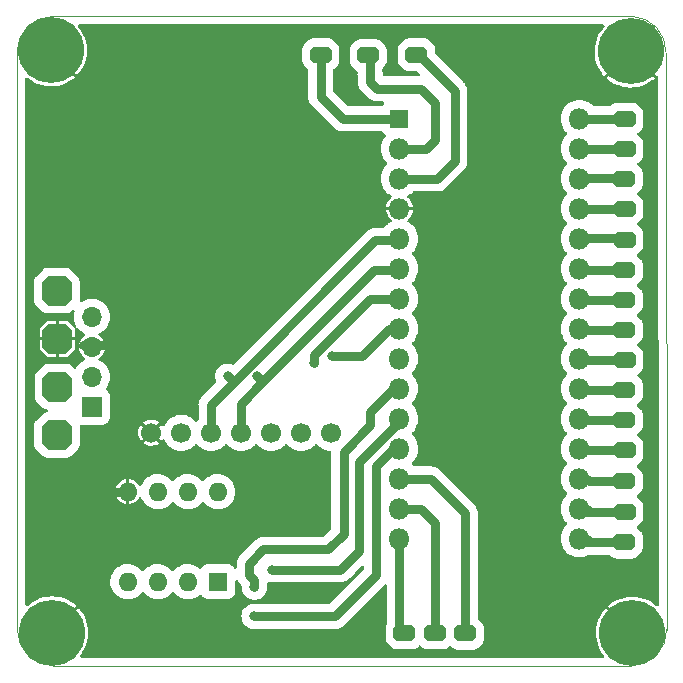
<source format=gbl>
G04 #@! TF.GenerationSoftware,KiCad,Pcbnew,(6.0.11)*
G04 #@! TF.CreationDate,2023-03-02T01:09:38+03:00*
G04 #@! TF.ProjectId,Device-1,44657669-6365-42d3-912e-6b696361645f,rev?*
G04 #@! TF.SameCoordinates,Original*
G04 #@! TF.FileFunction,Copper,L2,Bot*
G04 #@! TF.FilePolarity,Positive*
%FSLAX46Y46*%
G04 Gerber Fmt 4.6, Leading zero omitted, Abs format (unit mm)*
G04 Created by KiCad (PCBNEW (6.0.11)) date 2023-03-02 01:09:38*
%MOMM*%
%LPD*%
G01*
G04 APERTURE LIST*
G04 Aperture macros list*
%AMOutline5P*
0 Free polygon, 5 corners , with rotation*
0 The origin of the aperture is its center*
0 number of corners: always 5*
0 $1 to $10 corner X, Y*
0 $11 Rotation angle, in degrees counterclockwise*
0 create outline with 5 corners*
4,1,5,$1,$2,$3,$4,$5,$6,$7,$8,$9,$10,$1,$2,$11*%
%AMOutline6P*
0 Free polygon, 6 corners , with rotation*
0 The origin of the aperture is its center*
0 number of corners: always 6*
0 $1 to $12 corner X, Y*
0 $13 Rotation angle, in degrees counterclockwise*
0 create outline with 6 corners*
4,1,6,$1,$2,$3,$4,$5,$6,$7,$8,$9,$10,$11,$12,$1,$2,$13*%
%AMOutline7P*
0 Free polygon, 7 corners , with rotation*
0 The origin of the aperture is its center*
0 number of corners: always 7*
0 $1 to $14 corner X, Y*
0 $15 Rotation angle, in degrees counterclockwise*
0 create outline with 7 corners*
4,1,7,$1,$2,$3,$4,$5,$6,$7,$8,$9,$10,$11,$12,$13,$14,$1,$2,$15*%
%AMOutline8P*
0 Free polygon, 8 corners , with rotation*
0 The origin of the aperture is its center*
0 number of corners: always 8*
0 $1 to $16 corner X, Y*
0 $17 Rotation angle, in degrees counterclockwise*
0 create outline with 8 corners*
4,1,8,$1,$2,$3,$4,$5,$6,$7,$8,$9,$10,$11,$12,$13,$14,$15,$16,$1,$2,$17*%
G04 Aperture macros list end*
G04 #@! TA.AperFunction,Profile*
%ADD10C,0.100000*%
G04 #@! TD*
G04 #@! TA.AperFunction,ComponentPad*
%ADD11Outline8P,-0.900000X0.420000X-0.620000X0.700000X0.620000X0.700000X0.900000X0.420000X0.900000X-0.420000X0.620000X-0.700000X-0.620000X-0.700000X-0.900000X-0.420000X0.000000*%
G04 #@! TD*
G04 #@! TA.AperFunction,ComponentPad*
%ADD12R,1.700000X1.700000*%
G04 #@! TD*
G04 #@! TA.AperFunction,ComponentPad*
%ADD13O,1.700000X1.700000*%
G04 #@! TD*
G04 #@! TA.AperFunction,ComponentPad*
%ADD14C,5.600000*%
G04 #@! TD*
G04 #@! TA.AperFunction,ComponentPad*
%ADD15R,1.600000X1.600000*%
G04 #@! TD*
G04 #@! TA.AperFunction,ComponentPad*
%ADD16O,1.800000X1.800000*%
G04 #@! TD*
G04 #@! TA.AperFunction,ComponentPad*
%ADD17Outline8P,-1.250000X0.750000X-0.750000X1.250000X0.750000X1.250000X1.250000X0.750000X1.250000X-0.750000X0.750000X-1.250000X-0.750000X-1.250000X-1.250000X-0.750000X0.000000*%
G04 #@! TD*
G04 #@! TA.AperFunction,ComponentPad*
%ADD18C,1.700000*%
G04 #@! TD*
G04 #@! TA.AperFunction,ComponentPad*
%ADD19O,1.600000X1.600000*%
G04 #@! TD*
G04 #@! TA.AperFunction,ViaPad*
%ADD20C,0.800000*%
G04 #@! TD*
G04 #@! TA.AperFunction,Conductor*
%ADD21C,0.750000*%
G04 #@! TD*
G04 APERTURE END LIST*
D10*
X12954000Y-16002000D02*
X13004370Y-64922400D01*
X66447246Y-64922400D02*
G75*
G03*
X66447246Y-64922400I-1524846J0D01*
G01*
X64973200Y-67970400D02*
G75*
G03*
X67970400Y-64871600I-50800J3048000D01*
G01*
X66447246Y-15951200D02*
G75*
G03*
X66447246Y-15951200I-1524846J0D01*
G01*
X16052800Y-67919600D02*
X64973200Y-67970400D01*
X17526846Y-64922400D02*
G75*
G03*
X17526846Y-64922400I-1524846J0D01*
G01*
X13004370Y-64922400D02*
G75*
G03*
X16052800Y-67919600I2997630J0D01*
G01*
X67919656Y-16051109D02*
G75*
G03*
X65024000Y-12954001I-2997256J99909D01*
G01*
X67970400Y-64871600D02*
X67919656Y-16051109D01*
X17526000Y-16002000D02*
G75*
G03*
X17526000Y-16002000I-1524000J0D01*
G01*
X65024000Y-12954001D02*
X16002000Y-12954000D01*
X16002000Y-12954000D02*
G75*
G03*
X12954000Y-16002000I0J-3048000D01*
G01*
D11*
X64414400Y-54889400D03*
X64389000Y-36957000D03*
X64389000Y-52324000D03*
X64414400Y-21640800D03*
D12*
X19304400Y-46014800D03*
D13*
X19304400Y-43474800D03*
X19304400Y-40934800D03*
X19304400Y-38394800D03*
D11*
X50927000Y-65201800D03*
X64389000Y-44577000D03*
X64389000Y-34417000D03*
D14*
X15925800Y-65125600D03*
D11*
X64414400Y-49682400D03*
D14*
X15824200Y-15824200D03*
D11*
X64389000Y-57480200D03*
X64389000Y-47117000D03*
X64414400Y-29260800D03*
X64414400Y-31851600D03*
X64389000Y-39497000D03*
D15*
X45349000Y-21615400D03*
D16*
X45349000Y-24155400D03*
X45349000Y-26695400D03*
X45349000Y-29235400D03*
X45349000Y-31775400D03*
X45349000Y-34315400D03*
X45349000Y-36855400D03*
X45349000Y-39395400D03*
X45349000Y-41935400D03*
X45349000Y-44475400D03*
X45349000Y-47015400D03*
X45349000Y-49555400D03*
X45349000Y-52095400D03*
X45349000Y-54635400D03*
X45349000Y-57175400D03*
X60589000Y-57175400D03*
X60589000Y-54635400D03*
X60589000Y-52095400D03*
X60589000Y-49555400D03*
X60589000Y-47015400D03*
X60589000Y-44475400D03*
X60589000Y-41935400D03*
X60589000Y-39395400D03*
X60589000Y-36855400D03*
X60589000Y-34315400D03*
X60589000Y-31775400D03*
X60589000Y-29235400D03*
X60589000Y-26695400D03*
X60589000Y-24155400D03*
X60589000Y-21615400D03*
D11*
X64389000Y-26695400D03*
X38684200Y-16205200D03*
X48361600Y-65176400D03*
X46786800Y-16205200D03*
D14*
X65049400Y-65151000D03*
X64922400Y-15925800D03*
D11*
X45770800Y-65176400D03*
X64414400Y-42062400D03*
X42697400Y-16256000D03*
D17*
X16332200Y-48399700D03*
X16383000Y-44310300D03*
X16383000Y-40271700D03*
X16332200Y-36182300D03*
D11*
X64414400Y-24180800D03*
D18*
X24333200Y-48209200D03*
X26873200Y-48209200D03*
X29413200Y-48209200D03*
X31953200Y-48209200D03*
X34493200Y-48209200D03*
X37033200Y-48209200D03*
X39573200Y-48209200D03*
D15*
X29972000Y-60807600D03*
D19*
X27432000Y-60807600D03*
X24892000Y-60807600D03*
X22352000Y-60807600D03*
X22352000Y-53187600D03*
X24892000Y-53187600D03*
X27432000Y-53187600D03*
X29972000Y-53187600D03*
D20*
X38100000Y-42265600D03*
X39649400Y-41732200D03*
X26466800Y-30657800D03*
X21945600Y-65430400D03*
X34036000Y-52222400D03*
X33274000Y-43434000D03*
X30810200Y-43434000D03*
X33070800Y-61264800D03*
X34518600Y-59791600D03*
X33045400Y-63754000D03*
D21*
X38100000Y-41605200D02*
X42849800Y-36855400D01*
X38100000Y-42316400D02*
X38100000Y-41605200D01*
X42849800Y-36855400D02*
X45349000Y-36855400D01*
X42138600Y-41732200D02*
X44475400Y-39395400D01*
X39649400Y-41732200D02*
X42138600Y-41732200D01*
X44475400Y-39395400D02*
X45349000Y-39395400D01*
X61198600Y-29260800D02*
X64262000Y-29260800D01*
X64389000Y-29286200D02*
X64414400Y-29260800D01*
X20853400Y-65430400D02*
X21945600Y-65430400D01*
X20675600Y-53187600D02*
X19939000Y-53924200D01*
X21285200Y-33578800D02*
X24206200Y-30657800D01*
X19964400Y-64541400D02*
X20853400Y-65430400D01*
X32918400Y-51104800D02*
X34036000Y-52222400D01*
X21285200Y-39903400D02*
X21285200Y-33578800D01*
X18567400Y-40792400D02*
X20396200Y-40792400D01*
X19939000Y-53924200D02*
X19939000Y-52120800D01*
X20955000Y-51104800D02*
X32918400Y-51104800D01*
X20396200Y-40792400D02*
X21285200Y-39903400D01*
X19939000Y-52120800D02*
X20955000Y-51104800D01*
X22352000Y-53187600D02*
X20675600Y-53187600D01*
X19964400Y-53949600D02*
X19964400Y-64541400D01*
X19939000Y-53924200D02*
X19964400Y-53949600D01*
X24206200Y-30657800D02*
X26466800Y-30657800D01*
X45577600Y-42037000D02*
X45526800Y-42087800D01*
X43205400Y-34467800D02*
X45526800Y-34467800D01*
X33731200Y-43942000D02*
X43205400Y-34467800D01*
X31927800Y-48151800D02*
X31927800Y-45745400D01*
X31927800Y-45745400D02*
X33731200Y-43942000D01*
X33731200Y-43891200D02*
X33274000Y-43434000D01*
X33731200Y-43942000D02*
X33731200Y-43891200D01*
X45526800Y-34467800D02*
X45577600Y-34417000D01*
X45526800Y-37007800D02*
X45577600Y-36957000D01*
X30848300Y-44386500D02*
X31305500Y-43929300D01*
X45526800Y-31927800D02*
X45577600Y-31877000D01*
X30810200Y-43434000D02*
X31305500Y-43929300D01*
X43307000Y-31927800D02*
X45526800Y-31927800D01*
X31305500Y-43929300D02*
X43307000Y-31927800D01*
X29387800Y-48151800D02*
X29387800Y-45847000D01*
X29387800Y-45847000D02*
X30848300Y-44386500D01*
X33070800Y-60706000D02*
X33070800Y-61264800D01*
X39268400Y-58089800D02*
X33832800Y-58089800D01*
X40614600Y-56743600D02*
X39268400Y-58089800D01*
X42875200Y-47548800D02*
X40614600Y-49809400D01*
X32639000Y-59283600D02*
X32639000Y-60274200D01*
X42875200Y-46431200D02*
X42875200Y-47548800D01*
X40614600Y-49809400D02*
X40614600Y-56743600D01*
X44805600Y-44500800D02*
X42875200Y-46431200D01*
X32639000Y-60274200D02*
X33070800Y-60706000D01*
X33832800Y-58089800D02*
X32639000Y-59283600D01*
X34518600Y-59791600D02*
X40335200Y-59791600D01*
X41935400Y-50647600D02*
X45542200Y-47040800D01*
X45440600Y-47040800D02*
X45476000Y-47040800D01*
X40335200Y-59791600D02*
X41935400Y-58191400D01*
X41935400Y-58191400D02*
X41935400Y-50647600D01*
X43383200Y-60274200D02*
X43383200Y-51003200D01*
X39903400Y-63754000D02*
X43383200Y-60274200D01*
X43383200Y-51003200D02*
X44805600Y-49580800D01*
X33045400Y-63754000D02*
X39903400Y-63754000D01*
X38684200Y-19761200D02*
X38684200Y-16205200D01*
X40563800Y-21640800D02*
X38684200Y-19761200D01*
X40563800Y-21640800D02*
X40589200Y-21615400D01*
X40589200Y-21615400D02*
X45349000Y-21615400D01*
X47193200Y-19100800D02*
X43484800Y-19100800D01*
X48361600Y-20269200D02*
X47193200Y-19100800D01*
X47599600Y-24180800D02*
X48361600Y-23418800D01*
X42849800Y-17856200D02*
X42849800Y-16230600D01*
X42875200Y-17881600D02*
X42849800Y-17856200D01*
X43484800Y-19100800D02*
X42875200Y-18491200D01*
X45958600Y-24180800D02*
X47599600Y-24180800D01*
X48361600Y-23418800D02*
X48361600Y-20269200D01*
X42875200Y-18491200D02*
X42875200Y-17881600D01*
X50038000Y-19304000D02*
X46964600Y-16230600D01*
X48514000Y-26720800D02*
X50038000Y-25196800D01*
X45958600Y-26720800D02*
X48514000Y-26720800D01*
X50038000Y-25196800D02*
X50038000Y-19304000D01*
X50927000Y-55041800D02*
X48006000Y-52120800D01*
X48006000Y-52120800D02*
X45958600Y-52120800D01*
X50927000Y-65201800D02*
X50927000Y-55041800D01*
X47142400Y-54660800D02*
X45958600Y-54660800D01*
X48361600Y-55880000D02*
X47142400Y-54660800D01*
X48361600Y-65176400D02*
X48361600Y-55880000D01*
X45349000Y-57175400D02*
X45349000Y-64754600D01*
X45349000Y-64754600D02*
X45770800Y-65176400D01*
X45958600Y-64988600D02*
X45770800Y-65176400D01*
X64389000Y-57480200D02*
X61478000Y-57480200D01*
X61478000Y-57480200D02*
X61198600Y-57200800D01*
X60893800Y-57480200D02*
X60589000Y-57175400D01*
X61478000Y-57480200D02*
X60893800Y-57480200D01*
X60843000Y-54889400D02*
X60589000Y-54635400D01*
X61427200Y-54889400D02*
X60843000Y-54889400D01*
X61427200Y-54889400D02*
X61198600Y-54660800D01*
X64414400Y-54889400D02*
X61427200Y-54889400D01*
X64389000Y-52324000D02*
X61401800Y-52324000D01*
X61401800Y-52324000D02*
X61198600Y-52120800D01*
X64414400Y-49682400D02*
X61300200Y-49682400D01*
X61300200Y-49682400D02*
X61198600Y-49580800D01*
X64389000Y-47117000D02*
X61274800Y-47117000D01*
X61274800Y-47117000D02*
X61198600Y-47040800D01*
X64389000Y-44577000D02*
X61274800Y-44577000D01*
X61274800Y-44577000D02*
X61198600Y-44500800D01*
X64414400Y-42062400D02*
X61300200Y-42062400D01*
X61300200Y-42062400D02*
X61198600Y-41960800D01*
X64389000Y-39497000D02*
X61274800Y-39497000D01*
X61274800Y-39497000D02*
X61198600Y-39420800D01*
X64389000Y-36957000D02*
X61274800Y-36957000D01*
X61274800Y-36957000D02*
X61198600Y-36880800D01*
X61274800Y-34417000D02*
X61198600Y-34340800D01*
X64389000Y-34417000D02*
X61274800Y-34417000D01*
X61249400Y-31750000D02*
X61198600Y-31800800D01*
X64262000Y-31750000D02*
X61249400Y-31750000D01*
X61249400Y-26670000D02*
X61198600Y-26720800D01*
X64262000Y-26670000D02*
X61249400Y-26670000D01*
X61198600Y-24180800D02*
X64262000Y-24180800D01*
X64389000Y-24206200D02*
X64414400Y-24180800D01*
X64389000Y-21666200D02*
X64414400Y-21640800D01*
X61198600Y-21640800D02*
X64262000Y-21640800D01*
G04 #@! TA.AperFunction,Conductor*
G36*
X62590538Y-13634501D02*
G01*
X62658659Y-13654503D01*
X62705152Y-13708159D01*
X62715256Y-13778433D01*
X62683583Y-13845463D01*
X62552813Y-13988674D01*
X62548369Y-13994123D01*
X62351655Y-14264877D01*
X62347838Y-14270799D01*
X62182534Y-14561788D01*
X62179404Y-14568093D01*
X62047560Y-14875708D01*
X62045158Y-14882309D01*
X61948426Y-15202697D01*
X61946771Y-15209540D01*
X61886357Y-15538706D01*
X61885474Y-15545700D01*
X61862129Y-15879546D01*
X61862031Y-15886591D01*
X61876046Y-16220966D01*
X61876731Y-16227956D01*
X61927933Y-16558706D01*
X61929393Y-16565573D01*
X62017145Y-16888552D01*
X62019359Y-16895208D01*
X62142564Y-17206389D01*
X62145518Y-17212782D01*
X62302632Y-17508270D01*
X62306279Y-17514293D01*
X62495357Y-17790434D01*
X62499651Y-17796009D01*
X62659933Y-17981697D01*
X62672975Y-17990114D01*
X62683006Y-17984175D01*
X63168068Y-17499113D01*
X63230380Y-17465087D01*
X63301195Y-17470152D01*
X63351912Y-17505150D01*
X63354555Y-17508165D01*
X63384418Y-17572575D01*
X63374719Y-17642906D01*
X63348901Y-17680318D01*
X62866656Y-18162563D01*
X62859042Y-18176507D01*
X62859081Y-18177052D01*
X62864683Y-18185412D01*
X62968768Y-18281795D01*
X62974210Y-18286297D01*
X63243572Y-18484889D01*
X63249462Y-18488743D01*
X63539299Y-18656080D01*
X63545568Y-18659247D01*
X63852264Y-18793240D01*
X63858847Y-18795688D01*
X64178562Y-18894656D01*
X64185377Y-18896355D01*
X64514137Y-18959069D01*
X64521086Y-18959996D01*
X64854802Y-18985675D01*
X64861809Y-18985821D01*
X65196295Y-18974141D01*
X65203291Y-18973504D01*
X65534370Y-18924615D01*
X65541269Y-18923199D01*
X65864853Y-18837704D01*
X65871513Y-18835540D01*
X66183556Y-18714506D01*
X66189955Y-18711603D01*
X66486545Y-18556549D01*
X66492590Y-18552946D01*
X66770051Y-18365797D01*
X66775644Y-18361552D01*
X66978745Y-18188700D01*
X66987177Y-18175832D01*
X66981148Y-18165567D01*
X66495899Y-17680318D01*
X66461873Y-17618006D01*
X66466938Y-17547191D01*
X66490245Y-17508165D01*
X66492888Y-17505150D01*
X66552834Y-17467110D01*
X66623829Y-17467518D01*
X66676732Y-17499113D01*
X67159271Y-17981652D01*
X67175674Y-17990609D01*
X67225876Y-18040812D01*
X67241287Y-18101063D01*
X67287138Y-62215220D01*
X67287716Y-62770947D01*
X67267785Y-62839089D01*
X67214177Y-62885637D01*
X67143914Y-62895814D01*
X67077406Y-62864715D01*
X66969928Y-62767942D01*
X66964452Y-62763539D01*
X66692328Y-62568716D01*
X66686396Y-62564951D01*
X66394248Y-62401677D01*
X66387930Y-62398595D01*
X66079397Y-62268899D01*
X66072783Y-62266543D01*
X65751706Y-62172046D01*
X65744884Y-62170446D01*
X65415271Y-62112326D01*
X65408302Y-62111495D01*
X65074286Y-62090481D01*
X65067254Y-62090432D01*
X64732965Y-62106780D01*
X64725987Y-62107514D01*
X64395610Y-62161024D01*
X64388742Y-62162534D01*
X64066396Y-62252535D01*
X64059740Y-62254801D01*
X63749432Y-62380173D01*
X63743077Y-62383163D01*
X63448673Y-62542347D01*
X63442684Y-62546031D01*
X63167859Y-62737040D01*
X63162328Y-62741361D01*
X62993841Y-62888860D01*
X62985443Y-62902074D01*
X62991288Y-62911869D01*
X63313298Y-63233879D01*
X63347324Y-63296191D01*
X63342259Y-63367006D01*
X63318952Y-63406032D01*
X63316309Y-63409047D01*
X63256363Y-63447087D01*
X63185368Y-63446679D01*
X63132465Y-63415084D01*
X62812637Y-63095256D01*
X62798693Y-63087642D01*
X62798384Y-63087664D01*
X62789713Y-63093518D01*
X62679813Y-63213874D01*
X62675369Y-63219323D01*
X62478655Y-63490077D01*
X62474838Y-63495999D01*
X62309534Y-63786988D01*
X62306404Y-63793293D01*
X62174560Y-64100908D01*
X62172158Y-64107509D01*
X62075426Y-64427897D01*
X62073771Y-64434740D01*
X62013357Y-64763906D01*
X62012474Y-64770900D01*
X61989129Y-65104746D01*
X61989031Y-65111791D01*
X62003046Y-65446166D01*
X62003731Y-65453156D01*
X62054933Y-65783906D01*
X62056393Y-65790773D01*
X62144145Y-66113752D01*
X62146359Y-66120408D01*
X62269564Y-66431589D01*
X62272518Y-66437982D01*
X62429632Y-66733470D01*
X62433279Y-66739493D01*
X62622357Y-67015634D01*
X62626644Y-67021200D01*
X62676608Y-67079083D01*
X62705978Y-67143720D01*
X62695741Y-67213975D01*
X62649146Y-67267542D01*
X62581096Y-67287415D01*
X18410918Y-67241547D01*
X18342818Y-67221474D01*
X18296381Y-67167770D01*
X18286350Y-67097486D01*
X18310157Y-67040070D01*
X18473109Y-66822248D01*
X18476999Y-66816394D01*
X18646356Y-66527730D01*
X18649571Y-66521476D01*
X18785696Y-66215734D01*
X18788193Y-66209159D01*
X18889388Y-65890154D01*
X18891140Y-65883331D01*
X18956143Y-65555035D01*
X18957121Y-65548079D01*
X18985239Y-65213245D01*
X18985452Y-65208879D01*
X18986585Y-65127778D01*
X18986494Y-65123428D01*
X18967736Y-64787927D01*
X18966952Y-64780937D01*
X18911140Y-64450957D01*
X18909582Y-64444098D01*
X18817328Y-64122371D01*
X18815025Y-64115758D01*
X18687484Y-63806319D01*
X18684444Y-63799974D01*
X18523214Y-63506700D01*
X18519489Y-63500739D01*
X18326569Y-63227257D01*
X18322211Y-63221758D01*
X18187717Y-63070273D01*
X18174331Y-63061897D01*
X18164772Y-63067647D01*
X17803802Y-63428617D01*
X17741490Y-63462643D01*
X17670675Y-63457578D01*
X17619960Y-63422582D01*
X17617315Y-63419565D01*
X17587452Y-63355155D01*
X17597151Y-63284824D01*
X17622969Y-63247412D01*
X17981649Y-62888732D01*
X17989263Y-62874788D01*
X17989258Y-62874714D01*
X17983151Y-62865736D01*
X17846339Y-62742551D01*
X17840852Y-62738139D01*
X17568728Y-62543316D01*
X17562796Y-62539551D01*
X17270648Y-62376277D01*
X17264330Y-62373195D01*
X16955797Y-62243499D01*
X16949183Y-62241143D01*
X16628106Y-62146646D01*
X16621284Y-62145046D01*
X16291671Y-62086926D01*
X16284702Y-62086095D01*
X15950686Y-62065081D01*
X15943654Y-62065032D01*
X15609365Y-62081380D01*
X15602387Y-62082114D01*
X15272010Y-62135624D01*
X15265142Y-62137134D01*
X14942796Y-62227135D01*
X14936140Y-62229401D01*
X14625832Y-62354773D01*
X14619477Y-62357763D01*
X14325073Y-62516947D01*
X14319084Y-62520631D01*
X14044259Y-62711640D01*
X14038739Y-62715953D01*
X13891629Y-62844737D01*
X13827198Y-62874557D01*
X13756874Y-62864810D01*
X13702983Y-62818590D01*
X13682634Y-62750062D01*
X13682595Y-62712322D01*
X13680597Y-60771304D01*
X20866869Y-60771304D01*
X20867166Y-60776456D01*
X20867166Y-60776460D01*
X20880586Y-61009193D01*
X20880587Y-61009199D01*
X20880884Y-61014352D01*
X20934405Y-61251847D01*
X21025998Y-61477412D01*
X21028695Y-61481813D01*
X21028696Y-61481815D01*
X21120896Y-61632271D01*
X21153201Y-61684988D01*
X21312598Y-61869002D01*
X21499910Y-62024511D01*
X21710105Y-62147339D01*
X21714930Y-62149181D01*
X21714931Y-62149182D01*
X21749897Y-62162534D01*
X21937538Y-62234187D01*
X21942606Y-62235218D01*
X21942609Y-62235219D01*
X22027720Y-62252535D01*
X22176102Y-62282724D01*
X22181277Y-62282914D01*
X22181279Y-62282914D01*
X22414226Y-62291456D01*
X22414230Y-62291456D01*
X22419390Y-62291645D01*
X22424510Y-62290989D01*
X22424512Y-62290989D01*
X22655740Y-62261368D01*
X22655741Y-62261368D01*
X22660868Y-62260711D01*
X22745837Y-62235219D01*
X22889098Y-62192238D01*
X22894051Y-62190752D01*
X22898690Y-62188479D01*
X22898696Y-62188477D01*
X23108043Y-62085919D01*
X23108046Y-62085917D01*
X23112678Y-62083648D01*
X23310875Y-61942276D01*
X23483322Y-61770430D01*
X23518942Y-61720859D01*
X23574936Y-61677211D01*
X23645640Y-61670765D01*
X23708604Y-61703567D01*
X23716496Y-61711880D01*
X23852598Y-61869002D01*
X24039910Y-62024511D01*
X24250105Y-62147339D01*
X24254930Y-62149181D01*
X24254931Y-62149182D01*
X24289897Y-62162534D01*
X24477538Y-62234187D01*
X24482606Y-62235218D01*
X24482609Y-62235219D01*
X24567720Y-62252535D01*
X24716102Y-62282724D01*
X24721277Y-62282914D01*
X24721279Y-62282914D01*
X24954226Y-62291456D01*
X24954230Y-62291456D01*
X24959390Y-62291645D01*
X24964510Y-62290989D01*
X24964512Y-62290989D01*
X25195740Y-62261368D01*
X25195741Y-62261368D01*
X25200868Y-62260711D01*
X25285837Y-62235219D01*
X25429098Y-62192238D01*
X25434051Y-62190752D01*
X25438690Y-62188479D01*
X25438696Y-62188477D01*
X25648043Y-62085919D01*
X25648046Y-62085917D01*
X25652678Y-62083648D01*
X25850875Y-61942276D01*
X26023322Y-61770430D01*
X26058942Y-61720859D01*
X26114936Y-61677211D01*
X26185640Y-61670765D01*
X26248604Y-61703567D01*
X26256496Y-61711880D01*
X26392598Y-61869002D01*
X26579910Y-62024511D01*
X26790105Y-62147339D01*
X26794930Y-62149181D01*
X26794931Y-62149182D01*
X26829897Y-62162534D01*
X27017538Y-62234187D01*
X27022606Y-62235218D01*
X27022609Y-62235219D01*
X27107720Y-62252535D01*
X27256102Y-62282724D01*
X27261277Y-62282914D01*
X27261279Y-62282914D01*
X27494226Y-62291456D01*
X27494230Y-62291456D01*
X27499390Y-62291645D01*
X27504510Y-62290989D01*
X27504512Y-62290989D01*
X27735740Y-62261368D01*
X27735741Y-62261368D01*
X27740868Y-62260711D01*
X27825837Y-62235219D01*
X27969098Y-62192238D01*
X27974051Y-62190752D01*
X27978690Y-62188479D01*
X27978696Y-62188477D01*
X28188043Y-62085919D01*
X28188046Y-62085917D01*
X28192678Y-62083648D01*
X28390875Y-61942276D01*
X28394624Y-61938540D01*
X28394671Y-61938515D01*
X28398489Y-61935288D01*
X28399155Y-61936076D01*
X28456996Y-61904623D01*
X28527802Y-61909811D01*
X28584564Y-61952456D01*
X28591337Y-61962513D01*
X28632558Y-62030577D01*
X28749023Y-62147042D01*
X28889908Y-62232365D01*
X28897155Y-62234636D01*
X28897157Y-62234637D01*
X29040692Y-62279618D01*
X29040694Y-62279618D01*
X29047078Y-62281619D01*
X29117608Y-62288100D01*
X30826392Y-62288100D01*
X30896922Y-62281619D01*
X30903306Y-62279618D01*
X30903308Y-62279618D01*
X31046843Y-62234637D01*
X31046845Y-62234636D01*
X31054092Y-62232365D01*
X31194977Y-62147042D01*
X31311442Y-62030577D01*
X31396765Y-61889692D01*
X31404474Y-61865095D01*
X31444018Y-61738908D01*
X31444018Y-61738906D01*
X31446019Y-61732522D01*
X31452500Y-61661992D01*
X31452500Y-60796444D01*
X31472502Y-60728323D01*
X31526158Y-60681830D01*
X31596432Y-60671726D01*
X31661012Y-60701220D01*
X31689749Y-60737287D01*
X31704129Y-60764332D01*
X31704679Y-60765380D01*
X31740055Y-60833627D01*
X31749500Y-60851848D01*
X31752980Y-60856208D01*
X31755598Y-60861131D01*
X31760934Y-60867673D01*
X31817100Y-60936540D01*
X31817929Y-60937568D01*
X31848437Y-60975786D01*
X31848444Y-60975794D01*
X31850633Y-60978536D01*
X31853126Y-60981029D01*
X31854158Y-60982183D01*
X31857846Y-60986499D01*
X31886424Y-61021540D01*
X31923609Y-61052302D01*
X31932389Y-61060292D01*
X31955787Y-61083690D01*
X31989813Y-61146002D01*
X31991819Y-61187594D01*
X31986043Y-61236395D01*
X31999031Y-61434552D01*
X32047912Y-61627024D01*
X32131051Y-61807364D01*
X32134381Y-61812076D01*
X32134384Y-61812081D01*
X32242329Y-61964821D01*
X32242332Y-61964824D01*
X32245661Y-61969535D01*
X32249795Y-61973562D01*
X32361227Y-62082114D01*
X32387906Y-62108104D01*
X32392702Y-62111309D01*
X32392705Y-62111311D01*
X32483602Y-62172046D01*
X32553021Y-62218430D01*
X32558324Y-62220708D01*
X32558327Y-62220710D01*
X32651433Y-62260711D01*
X32735477Y-62296819D01*
X32829485Y-62318091D01*
X32923526Y-62339371D01*
X32923529Y-62339371D01*
X32929162Y-62340646D01*
X32934933Y-62340873D01*
X32934935Y-62340873D01*
X32996182Y-62343279D01*
X33127591Y-62348442D01*
X33225855Y-62334194D01*
X33318404Y-62320776D01*
X33318409Y-62320775D01*
X33324118Y-62319947D01*
X33329582Y-62318092D01*
X33329587Y-62318091D01*
X33506690Y-62257973D01*
X33506695Y-62257971D01*
X33512162Y-62256115D01*
X33518555Y-62252535D01*
X33680386Y-62161905D01*
X33680390Y-62161902D01*
X33685424Y-62159083D01*
X33689861Y-62155393D01*
X33689865Y-62155390D01*
X33833664Y-62035793D01*
X33838102Y-62032102D01*
X33886789Y-61973562D01*
X33961390Y-61883865D01*
X33961393Y-61883861D01*
X33965083Y-61879424D01*
X33967902Y-61874390D01*
X33967905Y-61874386D01*
X34059292Y-61711203D01*
X34059292Y-61711202D01*
X34062115Y-61706162D01*
X34063971Y-61700695D01*
X34063973Y-61700690D01*
X34124091Y-61523587D01*
X34124092Y-61523582D01*
X34125947Y-61518118D01*
X34126775Y-61512409D01*
X34126776Y-61512404D01*
X34153909Y-61325265D01*
X34154442Y-61321591D01*
X34155929Y-61264800D01*
X34137758Y-61067051D01*
X34131031Y-61043198D01*
X34126300Y-61008998D01*
X34126300Y-60968423D01*
X34146302Y-60900302D01*
X34199958Y-60853809D01*
X34270232Y-60843705D01*
X34280108Y-60845530D01*
X34371326Y-60866171D01*
X34371329Y-60866171D01*
X34376962Y-60867446D01*
X34382733Y-60867673D01*
X34382735Y-60867673D01*
X34443982Y-60870079D01*
X34575391Y-60875242D01*
X34760490Y-60848404D01*
X34778569Y-60847100D01*
X40270794Y-60847100D01*
X40284402Y-60847837D01*
X40317969Y-60851484D01*
X40317972Y-60851484D01*
X40324093Y-60852149D01*
X40330232Y-60851612D01*
X40330238Y-60851612D01*
X40376360Y-60847577D01*
X40381192Y-60847247D01*
X40384197Y-60847100D01*
X40387285Y-60847100D01*
X40415968Y-60844288D01*
X40432115Y-60842705D01*
X40433426Y-60842584D01*
X40457487Y-60840479D01*
X40530300Y-60834108D01*
X40535655Y-60832552D01*
X40541206Y-60832008D01*
X40634393Y-60803873D01*
X40635596Y-60803517D01*
X40723158Y-60778078D01*
X40729075Y-60776359D01*
X40734028Y-60773792D01*
X40739366Y-60772180D01*
X40825212Y-60726535D01*
X40826380Y-60725921D01*
X40907379Y-60683935D01*
X40907380Y-60683934D01*
X40912848Y-60681100D01*
X40917208Y-60677620D01*
X40922131Y-60675002D01*
X40997540Y-60613500D01*
X40998568Y-60612671D01*
X41036786Y-60582163D01*
X41036794Y-60582156D01*
X41039536Y-60579967D01*
X41042029Y-60577474D01*
X41043183Y-60576442D01*
X41047499Y-60572754D01*
X41082540Y-60544176D01*
X41113303Y-60506990D01*
X41121292Y-60498211D01*
X41576074Y-60043429D01*
X42112605Y-59506897D01*
X42174917Y-59472872D01*
X42245732Y-59477936D01*
X42302568Y-59520483D01*
X42327379Y-59587003D01*
X42327700Y-59595992D01*
X42327700Y-59784807D01*
X42307698Y-59852928D01*
X42290795Y-59873902D01*
X39503102Y-62661595D01*
X39440790Y-62695621D01*
X39414007Y-62698500D01*
X33290309Y-62698500D01*
X33265727Y-62696079D01*
X33164493Y-62675942D01*
X33164492Y-62675942D01*
X33158827Y-62674815D01*
X33153052Y-62674739D01*
X33153048Y-62674739D01*
X33054139Y-62673445D01*
X32960262Y-62672216D01*
X32954565Y-62673195D01*
X32954564Y-62673195D01*
X32821388Y-62696079D01*
X32764548Y-62705846D01*
X32578240Y-62774579D01*
X32573278Y-62777531D01*
X32425018Y-62865736D01*
X32407577Y-62876112D01*
X32258275Y-63007046D01*
X32254708Y-63011571D01*
X32254703Y-63011576D01*
X32138908Y-63158462D01*
X32135334Y-63162996D01*
X32132646Y-63168105D01*
X32045561Y-63333627D01*
X32045559Y-63333632D01*
X32042872Y-63338739D01*
X32034095Y-63367006D01*
X31990719Y-63506700D01*
X31983984Y-63528389D01*
X31960643Y-63725595D01*
X31973631Y-63923752D01*
X31980299Y-63950008D01*
X32020299Y-64107509D01*
X32022512Y-64116224D01*
X32105651Y-64296564D01*
X32108981Y-64301276D01*
X32108984Y-64301281D01*
X32216929Y-64454021D01*
X32216932Y-64454024D01*
X32220261Y-64458735D01*
X32362506Y-64597304D01*
X32367302Y-64600509D01*
X32367305Y-64600511D01*
X32490804Y-64683030D01*
X32527621Y-64707630D01*
X32532924Y-64709908D01*
X32532927Y-64709910D01*
X32658607Y-64763906D01*
X32710077Y-64786019D01*
X32793889Y-64804984D01*
X32898126Y-64828571D01*
X32898129Y-64828571D01*
X32903762Y-64829846D01*
X32909533Y-64830073D01*
X32909535Y-64830073D01*
X32970782Y-64832479D01*
X33102191Y-64837642D01*
X33287290Y-64810804D01*
X33305369Y-64809500D01*
X39838994Y-64809500D01*
X39852602Y-64810237D01*
X39886169Y-64813884D01*
X39886172Y-64813884D01*
X39892293Y-64814549D01*
X39898432Y-64814012D01*
X39898438Y-64814012D01*
X39944560Y-64809977D01*
X39949392Y-64809647D01*
X39952397Y-64809500D01*
X39955485Y-64809500D01*
X39984168Y-64806688D01*
X40000315Y-64805105D01*
X40001626Y-64804984D01*
X40025687Y-64802879D01*
X40098500Y-64796508D01*
X40103855Y-64794952D01*
X40109406Y-64794408D01*
X40202593Y-64766273D01*
X40203796Y-64765917D01*
X40291358Y-64740478D01*
X40297275Y-64738759D01*
X40302228Y-64736192D01*
X40307566Y-64734580D01*
X40348498Y-64712816D01*
X40393412Y-64688935D01*
X40394580Y-64688321D01*
X40475579Y-64646335D01*
X40475580Y-64646334D01*
X40481048Y-64643500D01*
X40485408Y-64640020D01*
X40490331Y-64637402D01*
X40565740Y-64575900D01*
X40566768Y-64575071D01*
X40604986Y-64544563D01*
X40604994Y-64544556D01*
X40607736Y-64542367D01*
X40610229Y-64539874D01*
X40611383Y-64538842D01*
X40615699Y-64535154D01*
X40650740Y-64506576D01*
X40681503Y-64469390D01*
X40689492Y-64460611D01*
X44078405Y-61071698D01*
X44140717Y-61037672D01*
X44211532Y-61042737D01*
X44268368Y-61085284D01*
X44293179Y-61151804D01*
X44293500Y-61160793D01*
X44293500Y-64361603D01*
X44277381Y-64423265D01*
X44237026Y-64495177D01*
X44234997Y-64502494D01*
X44234996Y-64502496D01*
X44195105Y-64646335D01*
X44193009Y-64653894D01*
X44190300Y-64689925D01*
X44190301Y-65662871D01*
X44193372Y-65701271D01*
X44195027Y-65707160D01*
X44195028Y-65707164D01*
X44200060Y-65725065D01*
X44237942Y-65859834D01*
X44319047Y-66003187D01*
X44342613Y-66030585D01*
X44716621Y-66404592D01*
X44745941Y-66429570D01*
X44751275Y-66432564D01*
X44751279Y-66432566D01*
X44882954Y-66506458D01*
X44882958Y-66506460D01*
X44889577Y-66510174D01*
X44896894Y-66512203D01*
X44896896Y-66512204D01*
X45042351Y-66552543D01*
X45042353Y-66552543D01*
X45048294Y-66554191D01*
X45066326Y-66555547D01*
X45081964Y-66556723D01*
X45081978Y-66556724D01*
X45084325Y-66556900D01*
X45748590Y-66556900D01*
X46457271Y-66556899D01*
X46467048Y-66556117D01*
X46489570Y-66554316D01*
X46489571Y-66554316D01*
X46495671Y-66553828D01*
X46501560Y-66552173D01*
X46501564Y-66552172D01*
X46577183Y-66530916D01*
X46654234Y-66509258D01*
X46797587Y-66428153D01*
X46824985Y-66404587D01*
X46977105Y-66252467D01*
X47039417Y-66218441D01*
X47110232Y-66223506D01*
X47155295Y-66252467D01*
X47305620Y-66402792D01*
X47305633Y-66402804D01*
X47307421Y-66404592D01*
X47336741Y-66429570D01*
X47342075Y-66432564D01*
X47342079Y-66432566D01*
X47473754Y-66506458D01*
X47473758Y-66506460D01*
X47480377Y-66510174D01*
X47487694Y-66512203D01*
X47487696Y-66512204D01*
X47633151Y-66552543D01*
X47633153Y-66552543D01*
X47639094Y-66554191D01*
X47657126Y-66555547D01*
X47672764Y-66556723D01*
X47672778Y-66556724D01*
X47675125Y-66556900D01*
X48339390Y-66556900D01*
X49048071Y-66556899D01*
X49057848Y-66556117D01*
X49080370Y-66554316D01*
X49080371Y-66554316D01*
X49086471Y-66553828D01*
X49092360Y-66552173D01*
X49092364Y-66552172D01*
X49167983Y-66530916D01*
X49245034Y-66509258D01*
X49388387Y-66428153D01*
X49415785Y-66404587D01*
X49542505Y-66277867D01*
X49604817Y-66243841D01*
X49675632Y-66248906D01*
X49720695Y-66277867D01*
X49871020Y-66428192D01*
X49871033Y-66428204D01*
X49872821Y-66429992D01*
X49902141Y-66454970D01*
X49907475Y-66457964D01*
X49907479Y-66457966D01*
X50039154Y-66531858D01*
X50039158Y-66531860D01*
X50045777Y-66535574D01*
X50053094Y-66537603D01*
X50053096Y-66537604D01*
X50198551Y-66577943D01*
X50198553Y-66577943D01*
X50204494Y-66579591D01*
X50222526Y-66580947D01*
X50238164Y-66582123D01*
X50238178Y-66582124D01*
X50240525Y-66582300D01*
X50904790Y-66582300D01*
X51613471Y-66582299D01*
X51623248Y-66581517D01*
X51645770Y-66579716D01*
X51645771Y-66579716D01*
X51651871Y-66579228D01*
X51657760Y-66577573D01*
X51657764Y-66577572D01*
X51748126Y-66552172D01*
X51810434Y-66534658D01*
X51953787Y-66453553D01*
X51981185Y-66429987D01*
X52355192Y-66055979D01*
X52380170Y-66026659D01*
X52383166Y-66021321D01*
X52457058Y-65889646D01*
X52457060Y-65889642D01*
X52460774Y-65883023D01*
X52504791Y-65724306D01*
X52506982Y-65695170D01*
X52507323Y-65690636D01*
X52507324Y-65690622D01*
X52507500Y-65688275D01*
X52507499Y-64715329D01*
X52504428Y-64676929D01*
X52497954Y-64653894D01*
X52482036Y-64597268D01*
X52459858Y-64518366D01*
X52378753Y-64375013D01*
X52355187Y-64347615D01*
X52019404Y-64011833D01*
X51985380Y-63949521D01*
X51982500Y-63922738D01*
X51982500Y-57175400D01*
X59003613Y-57175400D01*
X59023132Y-57423409D01*
X59081207Y-57665312D01*
X59176410Y-57895151D01*
X59306395Y-58107267D01*
X59309607Y-58111027D01*
X59309610Y-58111032D01*
X59358305Y-58168046D01*
X59467962Y-58296438D01*
X59471724Y-58299651D01*
X59653368Y-58454790D01*
X59653373Y-58454793D01*
X59657133Y-58458005D01*
X59869249Y-58587990D01*
X59873819Y-58589883D01*
X59873823Y-58589885D01*
X60094515Y-58681299D01*
X60094517Y-58681300D01*
X60099088Y-58683193D01*
X60165034Y-58699025D01*
X60336178Y-58740113D01*
X60336184Y-58740114D01*
X60340991Y-58741268D01*
X60589000Y-58760787D01*
X60837009Y-58741268D01*
X60841816Y-58740114D01*
X60841822Y-58740113D01*
X61012966Y-58699025D01*
X61078912Y-58683193D01*
X61083483Y-58681300D01*
X61083485Y-58681299D01*
X61304179Y-58589884D01*
X61304181Y-58589883D01*
X61308751Y-58587990D01*
X61362087Y-58555305D01*
X61430619Y-58536768D01*
X61440652Y-58537384D01*
X61468167Y-58540179D01*
X61468174Y-58540179D01*
X61474297Y-58540801D01*
X61522343Y-58536259D01*
X61534202Y-58535700D01*
X63109939Y-58535700D01*
X63178060Y-58555702D01*
X63199034Y-58572605D01*
X63334821Y-58708392D01*
X63364141Y-58733370D01*
X63369475Y-58736364D01*
X63369479Y-58736366D01*
X63501154Y-58810258D01*
X63501158Y-58810260D01*
X63507777Y-58813974D01*
X63515094Y-58816003D01*
X63515096Y-58816004D01*
X63660551Y-58856343D01*
X63660553Y-58856343D01*
X63666494Y-58857991D01*
X63684526Y-58859347D01*
X63700164Y-58860523D01*
X63700178Y-58860524D01*
X63702525Y-58860700D01*
X64366790Y-58860700D01*
X65075471Y-58860699D01*
X65085248Y-58859917D01*
X65107770Y-58858116D01*
X65107771Y-58858116D01*
X65113871Y-58857628D01*
X65119760Y-58855973D01*
X65119764Y-58855972D01*
X65193532Y-58835236D01*
X65272434Y-58813058D01*
X65415787Y-58731953D01*
X65443185Y-58708387D01*
X65817192Y-58334379D01*
X65842170Y-58305059D01*
X65849122Y-58292671D01*
X65919058Y-58168046D01*
X65919060Y-58168042D01*
X65922774Y-58161423D01*
X65966791Y-58002706D01*
X65968147Y-57984674D01*
X65969323Y-57969036D01*
X65969324Y-57969022D01*
X65969500Y-57966675D01*
X65969499Y-56993729D01*
X65966428Y-56955329D01*
X65921858Y-56796766D01*
X65840753Y-56653413D01*
X65817187Y-56626015D01*
X65815505Y-56624333D01*
X65815492Y-56624319D01*
X65477768Y-56286595D01*
X65443742Y-56224283D01*
X65448807Y-56153468D01*
X65477767Y-56108405D01*
X65840804Y-55745367D01*
X65842592Y-55743579D01*
X65867570Y-55714259D01*
X65880600Y-55691040D01*
X65944458Y-55577246D01*
X65944460Y-55577242D01*
X65948174Y-55570623D01*
X65959110Y-55531192D01*
X65990543Y-55417849D01*
X65990543Y-55417847D01*
X65992191Y-55411906D01*
X65993890Y-55389311D01*
X65994723Y-55378236D01*
X65994724Y-55378222D01*
X65994900Y-55375875D01*
X65994899Y-54402929D01*
X65991828Y-54364529D01*
X65984997Y-54340224D01*
X65959355Y-54249002D01*
X65947258Y-54205966D01*
X65866153Y-54062613D01*
X65842587Y-54035215D01*
X65490467Y-53683096D01*
X65456442Y-53620783D01*
X65461506Y-53549968D01*
X65490467Y-53504905D01*
X65815392Y-53179980D01*
X65815404Y-53179967D01*
X65817192Y-53178179D01*
X65842170Y-53148859D01*
X65845166Y-53143521D01*
X65919058Y-53011846D01*
X65919060Y-53011842D01*
X65922774Y-53005223D01*
X65931682Y-52973105D01*
X65965143Y-52852449D01*
X65965143Y-52852447D01*
X65966791Y-52846506D01*
X65968831Y-52819371D01*
X65969323Y-52812836D01*
X65969324Y-52812822D01*
X65969500Y-52810475D01*
X65969499Y-51837529D01*
X65966428Y-51799129D01*
X65953473Y-51753038D01*
X65940371Y-51706428D01*
X65921858Y-51640566D01*
X65840753Y-51497213D01*
X65817187Y-51469815D01*
X65451399Y-51104028D01*
X65417374Y-51041715D01*
X65422438Y-50970900D01*
X65458331Y-50919407D01*
X65468585Y-50910587D01*
X65842592Y-50536579D01*
X65867570Y-50507259D01*
X65870566Y-50501921D01*
X65944458Y-50370246D01*
X65944460Y-50370242D01*
X65948174Y-50363623D01*
X65957444Y-50330199D01*
X65990543Y-50210849D01*
X65990543Y-50210847D01*
X65992191Y-50204906D01*
X65994222Y-50177892D01*
X65994723Y-50171236D01*
X65994724Y-50171222D01*
X65994900Y-50168875D01*
X65994899Y-49195929D01*
X65991828Y-49157529D01*
X65978915Y-49111587D01*
X65949314Y-49006282D01*
X65947258Y-48998966D01*
X65866153Y-48855613D01*
X65842587Y-48828215D01*
X65490467Y-48476096D01*
X65456442Y-48413783D01*
X65461506Y-48342968D01*
X65490467Y-48297905D01*
X65815392Y-47972980D01*
X65815404Y-47972967D01*
X65817192Y-47971179D01*
X65842170Y-47941859D01*
X65845166Y-47936521D01*
X65919058Y-47804846D01*
X65919060Y-47804842D01*
X65922774Y-47798223D01*
X65928100Y-47779021D01*
X65965143Y-47645449D01*
X65965143Y-47645447D01*
X65966791Y-47639506D01*
X65969058Y-47609360D01*
X65969323Y-47605836D01*
X65969324Y-47605822D01*
X65969500Y-47603475D01*
X65969499Y-46630529D01*
X65967215Y-46601969D01*
X65966916Y-46598230D01*
X65966916Y-46598229D01*
X65966428Y-46592129D01*
X65921858Y-46433566D01*
X65840753Y-46290213D01*
X65817187Y-46262815D01*
X65815505Y-46261133D01*
X65815492Y-46261119D01*
X65490468Y-45936095D01*
X65456442Y-45873783D01*
X65461507Y-45802968D01*
X65490467Y-45757905D01*
X65815404Y-45432967D01*
X65817192Y-45431179D01*
X65842170Y-45401859D01*
X65845166Y-45396521D01*
X65919058Y-45264846D01*
X65919060Y-45264842D01*
X65922774Y-45258223D01*
X65925453Y-45248565D01*
X65965143Y-45105449D01*
X65965143Y-45105447D01*
X65966791Y-45099506D01*
X65968147Y-45081474D01*
X65969323Y-45065836D01*
X65969324Y-45065822D01*
X65969500Y-45063475D01*
X65969499Y-44090529D01*
X65966428Y-44052129D01*
X65921858Y-43893566D01*
X65840753Y-43750213D01*
X65817187Y-43722815D01*
X65815505Y-43721133D01*
X65815492Y-43721119D01*
X65515868Y-43421495D01*
X65481842Y-43359183D01*
X65486907Y-43288368D01*
X65515867Y-43243305D01*
X65840804Y-42918367D01*
X65842592Y-42916579D01*
X65867570Y-42887259D01*
X65870566Y-42881921D01*
X65944458Y-42750246D01*
X65944460Y-42750242D01*
X65948174Y-42743623D01*
X65953258Y-42725293D01*
X65990543Y-42590849D01*
X65990543Y-42590847D01*
X65992191Y-42584906D01*
X65993547Y-42566874D01*
X65994723Y-42551236D01*
X65994724Y-42551222D01*
X65994900Y-42548875D01*
X65994899Y-41575929D01*
X65991828Y-41537529D01*
X65979842Y-41494885D01*
X65964671Y-41440915D01*
X65947258Y-41378966D01*
X65866153Y-41235613D01*
X65842587Y-41208215D01*
X65490467Y-40856096D01*
X65456442Y-40793783D01*
X65461506Y-40722968D01*
X65490467Y-40677905D01*
X65815392Y-40352980D01*
X65815404Y-40352967D01*
X65817192Y-40351179D01*
X65842170Y-40321859D01*
X65912689Y-40196195D01*
X65919058Y-40184846D01*
X65919060Y-40184842D01*
X65922774Y-40178223D01*
X65933590Y-40139225D01*
X65965143Y-40025449D01*
X65965143Y-40025447D01*
X65966791Y-40019506D01*
X65968147Y-40001474D01*
X65969323Y-39985836D01*
X65969324Y-39985822D01*
X65969500Y-39983475D01*
X65969499Y-39010529D01*
X65966428Y-38972129D01*
X65921858Y-38813566D01*
X65840753Y-38670213D01*
X65817187Y-38642815D01*
X65815505Y-38641133D01*
X65815492Y-38641119D01*
X65490468Y-38316095D01*
X65456442Y-38253783D01*
X65461507Y-38182968D01*
X65490467Y-38137905D01*
X65815404Y-37812967D01*
X65817192Y-37811179D01*
X65842170Y-37781859D01*
X65891699Y-37693599D01*
X65919058Y-37644846D01*
X65919060Y-37644842D01*
X65922774Y-37638223D01*
X65939096Y-37579371D01*
X65965143Y-37485449D01*
X65965143Y-37485447D01*
X65966791Y-37479506D01*
X65968147Y-37461474D01*
X65969323Y-37445836D01*
X65969324Y-37445822D01*
X65969500Y-37443475D01*
X65969499Y-36470529D01*
X65966428Y-36432129D01*
X65921858Y-36273566D01*
X65840753Y-36130213D01*
X65817187Y-36102815D01*
X65815505Y-36101133D01*
X65815492Y-36101119D01*
X65490468Y-35776095D01*
X65456442Y-35713783D01*
X65461507Y-35642968D01*
X65490467Y-35597905D01*
X65815404Y-35272967D01*
X65817192Y-35271179D01*
X65842170Y-35241859D01*
X65845166Y-35236521D01*
X65919058Y-35104846D01*
X65919060Y-35104842D01*
X65922774Y-35098223D01*
X65939096Y-35039371D01*
X65965143Y-34945449D01*
X65965143Y-34945447D01*
X65966791Y-34939506D01*
X65968147Y-34921474D01*
X65969323Y-34905836D01*
X65969324Y-34905822D01*
X65969500Y-34903475D01*
X65969499Y-33930529D01*
X65966428Y-33892129D01*
X65921858Y-33733566D01*
X65840753Y-33590213D01*
X65817187Y-33562815D01*
X65815505Y-33561133D01*
X65815492Y-33561119D01*
X65490468Y-33236095D01*
X65456442Y-33173783D01*
X65461507Y-33102968D01*
X65490467Y-33057905D01*
X65840804Y-32707567D01*
X65842592Y-32705779D01*
X65867570Y-32676459D01*
X65870566Y-32671121D01*
X65944458Y-32539446D01*
X65944460Y-32539442D01*
X65948174Y-32532823D01*
X65992191Y-32374106D01*
X65993547Y-32356074D01*
X65994723Y-32340436D01*
X65994724Y-32340422D01*
X65994900Y-32338075D01*
X65994899Y-31365129D01*
X65991828Y-31326729D01*
X65981589Y-31290300D01*
X65959694Y-31212409D01*
X65947258Y-31168166D01*
X65866153Y-31024813D01*
X65842587Y-30997415D01*
X65840905Y-30995733D01*
X65840892Y-30995719D01*
X65490468Y-30645295D01*
X65456442Y-30582983D01*
X65461507Y-30512168D01*
X65490467Y-30467105D01*
X65840804Y-30116767D01*
X65842592Y-30114979D01*
X65867570Y-30085659D01*
X65881965Y-30060008D01*
X65944458Y-29948646D01*
X65944460Y-29948642D01*
X65948174Y-29942023D01*
X65981851Y-29820592D01*
X65990543Y-29789249D01*
X65990543Y-29789247D01*
X65992191Y-29783306D01*
X65993547Y-29765274D01*
X65994723Y-29749636D01*
X65994724Y-29749622D01*
X65994900Y-29747275D01*
X65994899Y-28774329D01*
X65992977Y-28750300D01*
X65992316Y-28742030D01*
X65992316Y-28742029D01*
X65991828Y-28735929D01*
X65947258Y-28577366D01*
X65866153Y-28434013D01*
X65842587Y-28406615D01*
X65490467Y-28054496D01*
X65456442Y-27992183D01*
X65461506Y-27921368D01*
X65490467Y-27876305D01*
X65815392Y-27551380D01*
X65815404Y-27551367D01*
X65817192Y-27549579D01*
X65842170Y-27520259D01*
X65845166Y-27514921D01*
X65919058Y-27383246D01*
X65919060Y-27383242D01*
X65922774Y-27376623D01*
X65966791Y-27217906D01*
X65969242Y-27185312D01*
X65969323Y-27184236D01*
X65969324Y-27184222D01*
X65969500Y-27181875D01*
X65969499Y-26208929D01*
X65966428Y-26170529D01*
X65921858Y-26011966D01*
X65840753Y-25868613D01*
X65817187Y-25841215D01*
X65815505Y-25839533D01*
X65815492Y-25839519D01*
X65515868Y-25539895D01*
X65481842Y-25477583D01*
X65486907Y-25406768D01*
X65515867Y-25361705D01*
X65840804Y-25036767D01*
X65842592Y-25034979D01*
X65867570Y-25005659D01*
X65886816Y-24971363D01*
X65944458Y-24868646D01*
X65944460Y-24868642D01*
X65948174Y-24862023D01*
X65992191Y-24703306D01*
X65993547Y-24685274D01*
X65994723Y-24669636D01*
X65994724Y-24669622D01*
X65994900Y-24667275D01*
X65994899Y-23694329D01*
X65992977Y-23670300D01*
X65992316Y-23662030D01*
X65992316Y-23662029D01*
X65991828Y-23655929D01*
X65947258Y-23497366D01*
X65866153Y-23354013D01*
X65842587Y-23326615D01*
X65840905Y-23324933D01*
X65840892Y-23324919D01*
X65515868Y-22999895D01*
X65481842Y-22937583D01*
X65486907Y-22866768D01*
X65515867Y-22821705D01*
X65840804Y-22496767D01*
X65842592Y-22494979D01*
X65867570Y-22465659D01*
X65874073Y-22454071D01*
X65944458Y-22328646D01*
X65944460Y-22328642D01*
X65948174Y-22322023D01*
X65992191Y-22163306D01*
X65993547Y-22145274D01*
X65994723Y-22129636D01*
X65994724Y-22129622D01*
X65994900Y-22127275D01*
X65994899Y-21154329D01*
X65992977Y-21130300D01*
X65992316Y-21122030D01*
X65992316Y-21122029D01*
X65991828Y-21115929D01*
X65947258Y-20957366D01*
X65866153Y-20814013D01*
X65842587Y-20786615D01*
X65468579Y-20412608D01*
X65439259Y-20387630D01*
X65433925Y-20384636D01*
X65433921Y-20384634D01*
X65302246Y-20310742D01*
X65302242Y-20310740D01*
X65295623Y-20307026D01*
X65288306Y-20304997D01*
X65288304Y-20304996D01*
X65142849Y-20264657D01*
X65142847Y-20264657D01*
X65136906Y-20263009D01*
X65118874Y-20261653D01*
X65103236Y-20260477D01*
X65103222Y-20260476D01*
X65100875Y-20260300D01*
X64436610Y-20260300D01*
X63727929Y-20260301D01*
X63725415Y-20260502D01*
X63725416Y-20260502D01*
X63695630Y-20262884D01*
X63695629Y-20262884D01*
X63689529Y-20263372D01*
X63683640Y-20265027D01*
X63683636Y-20265028D01*
X63609868Y-20285764D01*
X63530966Y-20307942D01*
X63387613Y-20389047D01*
X63360215Y-20412613D01*
X63224433Y-20548395D01*
X63162121Y-20582421D01*
X63135338Y-20585300D01*
X61845792Y-20585300D01*
X61777671Y-20565298D01*
X61749986Y-20541135D01*
X61710038Y-20494362D01*
X61614322Y-20412613D01*
X61524632Y-20336010D01*
X61524627Y-20336007D01*
X61520867Y-20332795D01*
X61308751Y-20202810D01*
X61304181Y-20200917D01*
X61304177Y-20200915D01*
X61083485Y-20109501D01*
X61083483Y-20109500D01*
X61078912Y-20107607D01*
X60996296Y-20087773D01*
X60841822Y-20050687D01*
X60841816Y-20050686D01*
X60837009Y-20049532D01*
X60589000Y-20030013D01*
X60340991Y-20049532D01*
X60336184Y-20050686D01*
X60336178Y-20050687D01*
X60181704Y-20087773D01*
X60099088Y-20107607D01*
X60094517Y-20109500D01*
X60094515Y-20109501D01*
X59873823Y-20200915D01*
X59873819Y-20200917D01*
X59869249Y-20202810D01*
X59657133Y-20332795D01*
X59653373Y-20336007D01*
X59653368Y-20336010D01*
X59563678Y-20412613D01*
X59467962Y-20494362D01*
X59464749Y-20498124D01*
X59309610Y-20679768D01*
X59309607Y-20679773D01*
X59306395Y-20683533D01*
X59176410Y-20895649D01*
X59174517Y-20900219D01*
X59174515Y-20900223D01*
X59147815Y-20964682D01*
X59081207Y-21125488D01*
X59023132Y-21367391D01*
X59003613Y-21615400D01*
X59023132Y-21863409D01*
X59081207Y-22105312D01*
X59083100Y-22109883D01*
X59083101Y-22109885D01*
X59173716Y-22328646D01*
X59176410Y-22335151D01*
X59306395Y-22547267D01*
X59309607Y-22551027D01*
X59309610Y-22551032D01*
X59393293Y-22649012D01*
X59467962Y-22736438D01*
X59471724Y-22739651D01*
X59530194Y-22789589D01*
X59569004Y-22849039D01*
X59569511Y-22920034D01*
X59530194Y-22981211D01*
X59467962Y-23034362D01*
X59464749Y-23038124D01*
X59309610Y-23219768D01*
X59309607Y-23219773D01*
X59306395Y-23223533D01*
X59176410Y-23435649D01*
X59174517Y-23440219D01*
X59174515Y-23440223D01*
X59147815Y-23504682D01*
X59081207Y-23665488D01*
X59023132Y-23907391D01*
X59003613Y-24155400D01*
X59023132Y-24403409D01*
X59024286Y-24408216D01*
X59024287Y-24408222D01*
X59040736Y-24476737D01*
X59081207Y-24645312D01*
X59083100Y-24649883D01*
X59083101Y-24649885D01*
X59173716Y-24868646D01*
X59176410Y-24875151D01*
X59306395Y-25087267D01*
X59309607Y-25091027D01*
X59309610Y-25091032D01*
X59434088Y-25236777D01*
X59467962Y-25276438D01*
X59505370Y-25308387D01*
X59530194Y-25329589D01*
X59569004Y-25389039D01*
X59569511Y-25460034D01*
X59530194Y-25521211D01*
X59467962Y-25574362D01*
X59464749Y-25578124D01*
X59309610Y-25759768D01*
X59309607Y-25759773D01*
X59306395Y-25763533D01*
X59176410Y-25975649D01*
X59174517Y-25980219D01*
X59174515Y-25980223D01*
X59093160Y-26176630D01*
X59081207Y-26205488D01*
X59023132Y-26447391D01*
X59003613Y-26695400D01*
X59023132Y-26943409D01*
X59081207Y-27185312D01*
X59083100Y-27189883D01*
X59083101Y-27189885D01*
X59097170Y-27223849D01*
X59176410Y-27415151D01*
X59306395Y-27627267D01*
X59309607Y-27631027D01*
X59309610Y-27631032D01*
X59434088Y-27776777D01*
X59467962Y-27816438D01*
X59471724Y-27819651D01*
X59530194Y-27869589D01*
X59569004Y-27929039D01*
X59569511Y-28000034D01*
X59530194Y-28061211D01*
X59467962Y-28114362D01*
X59464749Y-28118124D01*
X59309610Y-28299768D01*
X59309607Y-28299773D01*
X59306395Y-28303533D01*
X59176410Y-28515649D01*
X59174517Y-28520219D01*
X59174515Y-28520223D01*
X59138068Y-28608214D01*
X59081207Y-28745488D01*
X59023132Y-28987391D01*
X59003613Y-29235400D01*
X59023132Y-29483409D01*
X59081207Y-29725312D01*
X59083100Y-29729883D01*
X59083101Y-29729885D01*
X59173716Y-29948646D01*
X59176410Y-29955151D01*
X59306395Y-30167267D01*
X59309607Y-30171027D01*
X59309610Y-30171032D01*
X59436140Y-30319179D01*
X59467962Y-30356438D01*
X59471724Y-30359651D01*
X59530194Y-30409589D01*
X59569004Y-30469039D01*
X59569511Y-30540034D01*
X59530194Y-30601211D01*
X59467962Y-30654362D01*
X59464749Y-30658124D01*
X59309610Y-30839768D01*
X59309607Y-30839773D01*
X59306395Y-30843533D01*
X59176410Y-31055649D01*
X59174517Y-31060219D01*
X59174515Y-31060223D01*
X59083101Y-31280915D01*
X59081207Y-31285488D01*
X59023132Y-31527391D01*
X59003613Y-31775400D01*
X59023132Y-32023409D01*
X59081207Y-32265312D01*
X59083100Y-32269883D01*
X59083101Y-32269885D01*
X59112325Y-32340436D01*
X59176410Y-32495151D01*
X59306395Y-32707267D01*
X59309607Y-32711027D01*
X59309610Y-32711032D01*
X59394872Y-32810861D01*
X59467962Y-32896438D01*
X59471724Y-32899651D01*
X59530194Y-32949589D01*
X59569004Y-33009039D01*
X59569511Y-33080034D01*
X59530194Y-33141211D01*
X59467962Y-33194362D01*
X59464749Y-33198124D01*
X59309610Y-33379768D01*
X59309607Y-33379773D01*
X59306395Y-33383533D01*
X59176410Y-33595649D01*
X59174517Y-33600219D01*
X59174515Y-33600223D01*
X59116252Y-33740882D01*
X59081207Y-33825488D01*
X59080052Y-33830300D01*
X59056593Y-33928016D01*
X59023132Y-34067391D01*
X59003613Y-34315400D01*
X59023132Y-34563409D01*
X59081207Y-34805312D01*
X59083100Y-34809883D01*
X59083101Y-34809885D01*
X59172418Y-35025513D01*
X59176410Y-35035151D01*
X59306395Y-35247267D01*
X59309607Y-35251027D01*
X59309610Y-35251032D01*
X59380070Y-35333530D01*
X59467962Y-35436438D01*
X59471724Y-35439651D01*
X59530194Y-35489589D01*
X59569004Y-35549039D01*
X59569511Y-35620034D01*
X59530194Y-35681211D01*
X59467962Y-35734362D01*
X59464749Y-35738124D01*
X59309610Y-35919768D01*
X59309607Y-35919773D01*
X59306395Y-35923533D01*
X59176410Y-36135649D01*
X59174517Y-36140219D01*
X59174515Y-36140223D01*
X59116252Y-36280882D01*
X59081207Y-36365488D01*
X59080052Y-36370300D01*
X59056593Y-36468016D01*
X59023132Y-36607391D01*
X59003613Y-36855400D01*
X59023132Y-37103409D01*
X59024286Y-37108216D01*
X59024287Y-37108222D01*
X59044766Y-37193523D01*
X59081207Y-37345312D01*
X59083100Y-37349883D01*
X59083101Y-37349885D01*
X59142139Y-37492413D01*
X59176410Y-37575151D01*
X59306395Y-37787267D01*
X59309607Y-37791027D01*
X59309610Y-37791032D01*
X59411987Y-37910900D01*
X59467962Y-37976438D01*
X59471724Y-37979651D01*
X59530194Y-38029589D01*
X59569004Y-38089039D01*
X59569511Y-38160034D01*
X59530194Y-38221211D01*
X59467962Y-38274362D01*
X59464749Y-38278124D01*
X59309610Y-38459768D01*
X59309607Y-38459773D01*
X59306395Y-38463533D01*
X59176410Y-38675649D01*
X59174517Y-38680219D01*
X59174515Y-38680223D01*
X59094338Y-38873786D01*
X59081207Y-38905488D01*
X59080052Y-38910300D01*
X59036483Y-39091781D01*
X59023132Y-39147391D01*
X59003613Y-39395400D01*
X59023132Y-39643409D01*
X59024286Y-39648216D01*
X59024287Y-39648222D01*
X59052227Y-39764600D01*
X59081207Y-39885312D01*
X59083100Y-39889883D01*
X59083101Y-39889885D01*
X59152535Y-40057511D01*
X59176410Y-40115151D01*
X59306395Y-40327267D01*
X59309607Y-40331027D01*
X59309610Y-40331032D01*
X59383730Y-40417815D01*
X59467962Y-40516438D01*
X59471724Y-40519651D01*
X59530194Y-40569589D01*
X59569004Y-40629039D01*
X59569511Y-40700034D01*
X59530194Y-40761211D01*
X59467962Y-40814362D01*
X59464749Y-40818124D01*
X59309610Y-40999768D01*
X59309607Y-40999773D01*
X59306395Y-41003533D01*
X59176410Y-41215649D01*
X59174517Y-41220219D01*
X59174515Y-41220223D01*
X59165917Y-41240980D01*
X59081207Y-41445488D01*
X59069348Y-41494885D01*
X59050495Y-41573416D01*
X59023132Y-41687391D01*
X59003613Y-41935400D01*
X59023132Y-42183409D01*
X59024286Y-42188216D01*
X59024287Y-42188222D01*
X59055587Y-42318594D01*
X59081207Y-42425312D01*
X59083100Y-42429883D01*
X59083101Y-42429885D01*
X59167264Y-42633070D01*
X59176410Y-42655151D01*
X59306395Y-42867267D01*
X59309607Y-42871027D01*
X59309610Y-42871032D01*
X59416184Y-42995814D01*
X59467962Y-43056438D01*
X59471724Y-43059651D01*
X59530194Y-43109589D01*
X59569004Y-43169039D01*
X59569511Y-43240034D01*
X59530194Y-43301211D01*
X59467962Y-43354362D01*
X59453917Y-43370806D01*
X59309610Y-43539768D01*
X59309607Y-43539773D01*
X59306395Y-43543533D01*
X59176410Y-43755649D01*
X59174517Y-43760219D01*
X59174515Y-43760223D01*
X59083101Y-43980915D01*
X59081207Y-43985488D01*
X59080052Y-43990300D01*
X59036483Y-44171781D01*
X59023132Y-44227391D01*
X59003613Y-44475400D01*
X59023132Y-44723409D01*
X59024286Y-44728216D01*
X59024287Y-44728222D01*
X59029113Y-44748324D01*
X59081207Y-44965312D01*
X59083100Y-44969883D01*
X59083101Y-44969885D01*
X59166433Y-45171064D01*
X59176410Y-45195151D01*
X59306395Y-45407267D01*
X59309607Y-45411027D01*
X59309610Y-45411032D01*
X59414357Y-45533675D01*
X59467962Y-45596438D01*
X59518151Y-45639303D01*
X59530194Y-45649589D01*
X59569004Y-45709039D01*
X59569511Y-45780034D01*
X59530194Y-45841211D01*
X59467962Y-45894362D01*
X59464749Y-45898124D01*
X59309610Y-46079768D01*
X59309607Y-46079773D01*
X59306395Y-46083533D01*
X59176410Y-46295649D01*
X59174517Y-46300219D01*
X59174515Y-46300223D01*
X59083238Y-46520584D01*
X59081207Y-46525488D01*
X59080052Y-46530300D01*
X59027067Y-46751001D01*
X59023132Y-46767391D01*
X59003613Y-47015400D01*
X59023132Y-47263409D01*
X59024286Y-47268216D01*
X59024287Y-47268222D01*
X59044482Y-47352340D01*
X59081207Y-47505312D01*
X59083100Y-47509883D01*
X59083101Y-47509885D01*
X59168833Y-47716858D01*
X59176410Y-47735151D01*
X59306395Y-47947267D01*
X59309607Y-47951027D01*
X59309610Y-47951032D01*
X59371062Y-48022983D01*
X59467962Y-48136438D01*
X59471724Y-48139651D01*
X59530194Y-48189589D01*
X59569004Y-48249039D01*
X59569511Y-48320034D01*
X59530194Y-48381211D01*
X59467962Y-48434362D01*
X59464749Y-48438124D01*
X59309610Y-48619768D01*
X59309607Y-48619773D01*
X59306395Y-48623533D01*
X59176410Y-48835649D01*
X59174517Y-48840219D01*
X59174515Y-48840223D01*
X59111501Y-48992352D01*
X59081207Y-49065488D01*
X59075709Y-49088389D01*
X59025390Y-49297987D01*
X59023132Y-49307391D01*
X59003613Y-49555400D01*
X59023132Y-49803409D01*
X59024286Y-49808216D01*
X59024287Y-49808222D01*
X59061373Y-49962696D01*
X59081207Y-50045312D01*
X59083100Y-50049883D01*
X59083101Y-50049885D01*
X59147141Y-50204489D01*
X59176410Y-50275151D01*
X59306395Y-50487267D01*
X59309607Y-50491027D01*
X59309610Y-50491032D01*
X59346868Y-50534655D01*
X59467962Y-50676438D01*
X59471724Y-50679651D01*
X59530194Y-50729589D01*
X59569004Y-50789039D01*
X59569511Y-50860034D01*
X59530194Y-50921211D01*
X59467962Y-50974362D01*
X59464749Y-50978124D01*
X59309610Y-51159768D01*
X59309607Y-51159773D01*
X59306395Y-51163533D01*
X59176410Y-51375649D01*
X59174517Y-51380219D01*
X59174515Y-51380223D01*
X59126056Y-51497213D01*
X59081207Y-51605488D01*
X59072786Y-51640566D01*
X59025500Y-51837529D01*
X59023132Y-51847391D01*
X59003613Y-52095400D01*
X59023132Y-52343409D01*
X59024286Y-52348216D01*
X59024287Y-52348222D01*
X59044925Y-52434185D01*
X59081207Y-52585312D01*
X59083100Y-52589883D01*
X59083101Y-52589885D01*
X59155299Y-52764184D01*
X59176410Y-52815151D01*
X59306395Y-53027267D01*
X59309607Y-53031027D01*
X59309610Y-53031032D01*
X59433681Y-53176300D01*
X59467962Y-53216438D01*
X59471724Y-53219651D01*
X59530194Y-53269589D01*
X59569004Y-53329039D01*
X59569511Y-53400034D01*
X59530194Y-53461211D01*
X59467962Y-53514362D01*
X59454345Y-53530305D01*
X59309610Y-53699768D01*
X59309607Y-53699773D01*
X59306395Y-53703533D01*
X59176410Y-53915649D01*
X59174517Y-53920219D01*
X59174515Y-53920223D01*
X59105722Y-54086304D01*
X59081207Y-54145488D01*
X59061373Y-54228104D01*
X59027156Y-54370630D01*
X59023132Y-54387391D01*
X59003613Y-54635400D01*
X59023132Y-54883409D01*
X59024286Y-54888216D01*
X59024287Y-54888222D01*
X59050116Y-54995808D01*
X59081207Y-55125312D01*
X59083100Y-55129883D01*
X59083101Y-55129885D01*
X59154883Y-55303180D01*
X59176410Y-55355151D01*
X59306395Y-55567267D01*
X59309607Y-55571027D01*
X59309610Y-55571032D01*
X59401808Y-55678982D01*
X59467962Y-55756438D01*
X59499257Y-55783166D01*
X59530194Y-55809589D01*
X59569004Y-55869039D01*
X59569511Y-55940034D01*
X59530194Y-56001211D01*
X59467962Y-56054362D01*
X59464749Y-56058124D01*
X59309610Y-56239768D01*
X59309607Y-56239773D01*
X59306395Y-56243533D01*
X59176410Y-56455649D01*
X59174517Y-56460219D01*
X59174515Y-56460223D01*
X59096429Y-56648738D01*
X59081207Y-56685488D01*
X59023132Y-56927391D01*
X59003613Y-57175400D01*
X51982500Y-57175400D01*
X51982500Y-55106206D01*
X51983237Y-55092598D01*
X51986884Y-55059031D01*
X51986884Y-55059028D01*
X51987549Y-55052907D01*
X51987012Y-55046768D01*
X51987012Y-55046762D01*
X51982977Y-55000640D01*
X51982647Y-54995808D01*
X51982500Y-54992803D01*
X51982500Y-54989715D01*
X51978105Y-54944885D01*
X51977984Y-54943574D01*
X51970045Y-54852843D01*
X51969508Y-54846700D01*
X51967952Y-54841345D01*
X51967408Y-54835794D01*
X51939273Y-54742607D01*
X51938917Y-54741404D01*
X51913478Y-54653842D01*
X51911759Y-54647925D01*
X51909192Y-54642972D01*
X51907580Y-54637634D01*
X51861855Y-54551637D01*
X51861292Y-54550564D01*
X51819335Y-54469623D01*
X51816500Y-54464153D01*
X51813021Y-54459795D01*
X51810402Y-54454869D01*
X51765992Y-54400416D01*
X51748938Y-54379506D01*
X51748110Y-54378480D01*
X51717571Y-54340224D01*
X51717557Y-54340208D01*
X51715367Y-54337465D01*
X51712872Y-54334970D01*
X51711864Y-54333843D01*
X51708155Y-54329502D01*
X51679576Y-54294460D01*
X51642384Y-54263692D01*
X51633605Y-54255703D01*
X48797898Y-51419995D01*
X48788796Y-51409852D01*
X48767634Y-51383532D01*
X48763775Y-51378732D01*
X48723582Y-51345006D01*
X48719936Y-51341825D01*
X48717704Y-51339801D01*
X48715522Y-51337619D01*
X48680700Y-51309016D01*
X48679777Y-51308249D01*
X48609935Y-51249644D01*
X48609926Y-51249638D01*
X48605208Y-51245679D01*
X48600321Y-51242993D01*
X48596011Y-51239452D01*
X48590577Y-51236538D01*
X48590575Y-51236537D01*
X48510168Y-51193424D01*
X48509175Y-51192885D01*
X48423818Y-51145959D01*
X48418501Y-51144272D01*
X48413586Y-51141637D01*
X48407696Y-51139836D01*
X48407693Y-51139835D01*
X48348860Y-51121848D01*
X48320555Y-51113195D01*
X48319351Y-51112820D01*
X48226513Y-51083370D01*
X48220969Y-51082748D01*
X48215637Y-51081118D01*
X48209512Y-51080496D01*
X48209508Y-51080495D01*
X48128303Y-51072247D01*
X48118848Y-51071287D01*
X48117597Y-51071153D01*
X48079827Y-51066916D01*
X48068914Y-51065692D01*
X48068913Y-51065692D01*
X48065419Y-51065300D01*
X48061895Y-51065300D01*
X48060355Y-51065214D01*
X48054659Y-51064766D01*
X48040151Y-51063292D01*
X48015829Y-51060821D01*
X48015825Y-51060821D01*
X48009702Y-51060199D01*
X47965713Y-51064357D01*
X47961653Y-51064741D01*
X47949795Y-51065300D01*
X46605792Y-51065300D01*
X46537671Y-51045298D01*
X46509986Y-51021135D01*
X46470038Y-50974362D01*
X46407806Y-50921211D01*
X46368996Y-50861761D01*
X46368489Y-50790766D01*
X46407806Y-50729589D01*
X46466276Y-50679651D01*
X46470038Y-50676438D01*
X46591132Y-50534655D01*
X46628390Y-50491032D01*
X46628393Y-50491027D01*
X46631605Y-50487267D01*
X46761590Y-50275151D01*
X46790860Y-50204489D01*
X46854899Y-50049885D01*
X46854900Y-50049883D01*
X46856793Y-50045312D01*
X46876627Y-49962696D01*
X46913713Y-49808222D01*
X46913714Y-49808216D01*
X46914868Y-49803409D01*
X46934387Y-49555400D01*
X46914868Y-49307391D01*
X46912611Y-49297987D01*
X46862291Y-49088389D01*
X46856793Y-49065488D01*
X46826499Y-48992352D01*
X46763485Y-48840223D01*
X46763483Y-48840219D01*
X46761590Y-48835649D01*
X46631605Y-48623533D01*
X46628393Y-48619773D01*
X46628390Y-48619768D01*
X46473251Y-48438124D01*
X46470038Y-48434362D01*
X46407806Y-48381211D01*
X46368996Y-48321761D01*
X46368489Y-48250766D01*
X46407806Y-48189589D01*
X46466276Y-48139651D01*
X46470038Y-48136438D01*
X46566938Y-48022983D01*
X46628390Y-47951032D01*
X46628393Y-47951027D01*
X46631605Y-47947267D01*
X46761590Y-47735151D01*
X46769168Y-47716858D01*
X46854899Y-47509885D01*
X46854900Y-47509883D01*
X46856793Y-47505312D01*
X46893518Y-47352340D01*
X46913713Y-47268222D01*
X46913714Y-47268216D01*
X46914868Y-47263409D01*
X46934387Y-47015400D01*
X46914868Y-46767391D01*
X46910934Y-46751001D01*
X46857948Y-46530300D01*
X46856793Y-46525488D01*
X46854762Y-46520584D01*
X46763485Y-46300223D01*
X46763483Y-46300219D01*
X46761590Y-46295649D01*
X46631605Y-46083533D01*
X46628393Y-46079773D01*
X46628390Y-46079768D01*
X46473251Y-45898124D01*
X46470038Y-45894362D01*
X46407806Y-45841211D01*
X46368996Y-45781761D01*
X46368489Y-45710766D01*
X46407806Y-45649589D01*
X46419850Y-45639303D01*
X46470038Y-45596438D01*
X46523643Y-45533675D01*
X46628390Y-45411032D01*
X46628393Y-45411027D01*
X46631605Y-45407267D01*
X46761590Y-45195151D01*
X46771568Y-45171064D01*
X46854899Y-44969885D01*
X46854900Y-44969883D01*
X46856793Y-44965312D01*
X46908887Y-44748324D01*
X46913713Y-44728222D01*
X46913714Y-44728216D01*
X46914868Y-44723409D01*
X46934387Y-44475400D01*
X46914868Y-44227391D01*
X46901518Y-44171781D01*
X46857948Y-43990300D01*
X46856793Y-43985488D01*
X46854899Y-43980915D01*
X46763485Y-43760223D01*
X46763483Y-43760219D01*
X46761590Y-43755649D01*
X46631605Y-43543533D01*
X46628393Y-43539773D01*
X46628390Y-43539768D01*
X46484083Y-43370806D01*
X46470038Y-43354362D01*
X46407806Y-43301211D01*
X46368996Y-43241761D01*
X46368489Y-43170766D01*
X46407806Y-43109589D01*
X46466276Y-43059651D01*
X46470038Y-43056438D01*
X46521816Y-42995814D01*
X46628390Y-42871032D01*
X46628393Y-42871027D01*
X46631605Y-42867267D01*
X46761590Y-42655151D01*
X46770737Y-42633070D01*
X46854899Y-42429885D01*
X46854900Y-42429883D01*
X46856793Y-42425312D01*
X46882413Y-42318594D01*
X46913713Y-42188222D01*
X46913714Y-42188216D01*
X46914868Y-42183409D01*
X46934387Y-41935400D01*
X46914868Y-41687391D01*
X46887506Y-41573416D01*
X46868652Y-41494885D01*
X46856793Y-41445488D01*
X46772083Y-41240980D01*
X46763485Y-41220223D01*
X46763483Y-41220219D01*
X46761590Y-41215649D01*
X46631605Y-41003533D01*
X46628393Y-40999773D01*
X46628390Y-40999768D01*
X46473251Y-40818124D01*
X46470038Y-40814362D01*
X46407806Y-40761211D01*
X46368996Y-40701761D01*
X46368489Y-40630766D01*
X46407806Y-40569589D01*
X46466276Y-40519651D01*
X46470038Y-40516438D01*
X46554270Y-40417815D01*
X46628390Y-40331032D01*
X46628393Y-40331027D01*
X46631605Y-40327267D01*
X46761590Y-40115151D01*
X46785466Y-40057511D01*
X46854899Y-39889885D01*
X46854900Y-39889883D01*
X46856793Y-39885312D01*
X46885773Y-39764600D01*
X46913713Y-39648222D01*
X46913714Y-39648216D01*
X46914868Y-39643409D01*
X46934387Y-39395400D01*
X46914868Y-39147391D01*
X46901518Y-39091781D01*
X46857948Y-38910300D01*
X46856793Y-38905488D01*
X46843662Y-38873786D01*
X46763485Y-38680223D01*
X46763483Y-38680219D01*
X46761590Y-38675649D01*
X46631605Y-38463533D01*
X46628393Y-38459773D01*
X46628390Y-38459768D01*
X46473251Y-38278124D01*
X46470038Y-38274362D01*
X46407806Y-38221211D01*
X46368996Y-38161761D01*
X46368489Y-38090766D01*
X46407806Y-38029589D01*
X46466276Y-37979651D01*
X46470038Y-37976438D01*
X46526013Y-37910900D01*
X46628390Y-37791032D01*
X46628393Y-37791027D01*
X46631605Y-37787267D01*
X46761590Y-37575151D01*
X46795862Y-37492413D01*
X46854899Y-37349885D01*
X46854900Y-37349883D01*
X46856793Y-37345312D01*
X46893234Y-37193523D01*
X46913713Y-37108222D01*
X46913714Y-37108216D01*
X46914868Y-37103409D01*
X46934387Y-36855400D01*
X46914868Y-36607391D01*
X46881408Y-36468016D01*
X46857948Y-36370300D01*
X46856793Y-36365488D01*
X46821748Y-36280882D01*
X46763485Y-36140223D01*
X46763483Y-36140219D01*
X46761590Y-36135649D01*
X46631605Y-35923533D01*
X46628393Y-35919773D01*
X46628390Y-35919768D01*
X46473251Y-35738124D01*
X46470038Y-35734362D01*
X46407806Y-35681211D01*
X46368996Y-35621761D01*
X46368489Y-35550766D01*
X46407806Y-35489589D01*
X46466276Y-35439651D01*
X46470038Y-35436438D01*
X46557930Y-35333530D01*
X46628390Y-35251032D01*
X46628393Y-35251027D01*
X46631605Y-35247267D01*
X46761590Y-35035151D01*
X46765583Y-35025513D01*
X46854899Y-34809885D01*
X46854900Y-34809883D01*
X46856793Y-34805312D01*
X46914868Y-34563409D01*
X46934387Y-34315400D01*
X46914868Y-34067391D01*
X46881408Y-33928016D01*
X46857948Y-33830300D01*
X46856793Y-33825488D01*
X46821748Y-33740882D01*
X46763485Y-33600223D01*
X46763483Y-33600219D01*
X46761590Y-33595649D01*
X46631605Y-33383533D01*
X46628393Y-33379773D01*
X46628390Y-33379768D01*
X46473251Y-33198124D01*
X46470038Y-33194362D01*
X46407806Y-33141211D01*
X46368996Y-33081761D01*
X46368489Y-33010766D01*
X46407806Y-32949589D01*
X46466276Y-32899651D01*
X46470038Y-32896438D01*
X46543128Y-32810861D01*
X46628390Y-32711032D01*
X46628393Y-32711027D01*
X46631605Y-32707267D01*
X46761590Y-32495151D01*
X46825676Y-32340436D01*
X46854899Y-32269885D01*
X46854900Y-32269883D01*
X46856793Y-32265312D01*
X46914868Y-32023409D01*
X46934387Y-31775400D01*
X46914868Y-31527391D01*
X46856793Y-31285488D01*
X46854899Y-31280915D01*
X46763485Y-31060223D01*
X46763483Y-31060219D01*
X46761590Y-31055649D01*
X46631605Y-30843533D01*
X46628393Y-30839773D01*
X46628390Y-30839768D01*
X46473251Y-30658124D01*
X46470038Y-30654362D01*
X46433801Y-30623413D01*
X46284632Y-30496010D01*
X46284627Y-30496007D01*
X46280867Y-30492795D01*
X46068751Y-30362810D01*
X46069309Y-30361899D01*
X46021445Y-30316687D01*
X46004383Y-30247772D01*
X46027288Y-30180571D01*
X46049698Y-30156302D01*
X46165479Y-30060008D01*
X46173608Y-30051879D01*
X46302080Y-29897408D01*
X46308590Y-29887936D01*
X46406763Y-29712635D01*
X46411437Y-29702138D01*
X46476017Y-29511893D01*
X46478705Y-29500697D01*
X46496012Y-29381329D01*
X46494026Y-29367393D01*
X46480458Y-29363400D01*
X44216942Y-29363400D01*
X44201902Y-29367816D01*
X44199850Y-29379002D01*
X44201963Y-29411245D01*
X44203764Y-29422615D01*
X44253216Y-29617334D01*
X44257057Y-29628180D01*
X44341168Y-29810631D01*
X44346919Y-29820592D01*
X44462873Y-29984663D01*
X44470339Y-29993405D01*
X44614255Y-30133602D01*
X44623184Y-30140832D01*
X44635915Y-30149339D01*
X44681442Y-30203817D01*
X44690289Y-30274260D01*
X44659648Y-30338304D01*
X44628770Y-30362028D01*
X44629249Y-30362810D01*
X44417133Y-30492795D01*
X44413373Y-30496007D01*
X44413368Y-30496010D01*
X44264199Y-30623413D01*
X44227962Y-30654362D01*
X44224749Y-30658124D01*
X44079550Y-30828130D01*
X44020100Y-30866940D01*
X43983739Y-30872300D01*
X43371405Y-30872300D01*
X43357797Y-30871563D01*
X43324230Y-30867916D01*
X43324227Y-30867916D01*
X43318106Y-30867251D01*
X43311967Y-30867788D01*
X43311961Y-30867788D01*
X43265840Y-30871823D01*
X43261007Y-30872153D01*
X43257997Y-30872300D01*
X43254915Y-30872300D01*
X43251858Y-30872600D01*
X43251853Y-30872600D01*
X43233699Y-30874380D01*
X43210109Y-30876693D01*
X43208892Y-30876806D01*
X43111900Y-30885292D01*
X43106545Y-30886848D01*
X43100994Y-30887392D01*
X43007807Y-30915527D01*
X43006616Y-30915879D01*
X42913125Y-30943041D01*
X42908172Y-30945608D01*
X42902834Y-30947220D01*
X42897395Y-30950112D01*
X42816988Y-30992865D01*
X42815820Y-30993479D01*
X42729352Y-31038300D01*
X42724992Y-31041780D01*
X42720069Y-31044398D01*
X42700666Y-31060223D01*
X42644660Y-31105900D01*
X42643632Y-31106729D01*
X42605414Y-31137237D01*
X42605406Y-31137244D01*
X42602664Y-31139433D01*
X42600171Y-31141926D01*
X42599017Y-31142958D01*
X42594701Y-31146646D01*
X42559660Y-31175224D01*
X42555735Y-31179969D01*
X42528898Y-31212409D01*
X42520908Y-31221189D01*
X31341598Y-42400499D01*
X31279286Y-42434525D01*
X31205813Y-42428434D01*
X31123762Y-42395699D01*
X31118393Y-42393557D01*
X30923627Y-42354815D01*
X30917852Y-42354739D01*
X30917848Y-42354739D01*
X30818939Y-42353445D01*
X30725062Y-42352216D01*
X30719365Y-42353195D01*
X30719364Y-42353195D01*
X30539177Y-42384157D01*
X30529348Y-42385846D01*
X30343040Y-42454579D01*
X30172377Y-42556112D01*
X30023075Y-42687046D01*
X30019508Y-42691571D01*
X30019503Y-42691576D01*
X29931728Y-42802919D01*
X29900134Y-42842996D01*
X29897446Y-42848105D01*
X29810361Y-43013627D01*
X29810359Y-43013632D01*
X29807672Y-43018739D01*
X29793699Y-43063740D01*
X29761003Y-43169039D01*
X29748784Y-43208389D01*
X29725443Y-43405595D01*
X29738431Y-43603752D01*
X29739854Y-43609354D01*
X29774440Y-43745538D01*
X29787312Y-43796224D01*
X29789731Y-43801471D01*
X29800579Y-43825002D01*
X29810934Y-43895240D01*
X29781672Y-43959926D01*
X29775248Y-43966849D01*
X28686994Y-45055103D01*
X28676850Y-45064205D01*
X28650536Y-45085361D01*
X28650527Y-45085369D01*
X28645732Y-45089225D01*
X28625526Y-45113306D01*
X28612008Y-45129416D01*
X28608825Y-45133064D01*
X28606801Y-45135296D01*
X28604619Y-45137478D01*
X28576016Y-45172300D01*
X28575249Y-45173223D01*
X28516644Y-45243065D01*
X28516638Y-45243074D01*
X28512679Y-45247792D01*
X28509993Y-45252679D01*
X28506452Y-45256989D01*
X28503538Y-45262423D01*
X28503537Y-45262425D01*
X28460424Y-45342832D01*
X28459885Y-45343825D01*
X28412959Y-45429182D01*
X28411272Y-45434499D01*
X28408637Y-45439414D01*
X28406836Y-45445304D01*
X28406835Y-45445307D01*
X28380204Y-45532415D01*
X28379820Y-45533649D01*
X28350370Y-45626487D01*
X28349748Y-45632031D01*
X28348118Y-45637363D01*
X28347496Y-45643488D01*
X28347495Y-45643492D01*
X28338289Y-45734129D01*
X28338153Y-45735403D01*
X28332300Y-45787581D01*
X28332300Y-45791105D01*
X28332214Y-45792645D01*
X28331765Y-45798351D01*
X28328533Y-45830170D01*
X28327199Y-45843298D01*
X28329140Y-45863830D01*
X28331741Y-45891347D01*
X28332300Y-45903205D01*
X28332300Y-47071670D01*
X28312298Y-47139791D01*
X28302111Y-47153500D01*
X28239011Y-47227381D01*
X28179561Y-47266190D01*
X28108566Y-47266698D01*
X28047389Y-47227381D01*
X27961987Y-47127388D01*
X27958774Y-47123626D01*
X27775587Y-46967170D01*
X27570181Y-46841297D01*
X27565611Y-46839404D01*
X27565607Y-46839402D01*
X27352186Y-46751001D01*
X27352184Y-46751000D01*
X27347613Y-46749107D01*
X27265028Y-46729280D01*
X27118176Y-46694023D01*
X27118170Y-46694022D01*
X27113363Y-46692868D01*
X26873200Y-46673967D01*
X26633037Y-46692868D01*
X26628230Y-46694022D01*
X26628224Y-46694023D01*
X26481372Y-46729280D01*
X26398787Y-46749107D01*
X26394216Y-46751000D01*
X26394214Y-46751001D01*
X26180793Y-46839402D01*
X26180789Y-46839404D01*
X26176219Y-46841297D01*
X25970813Y-46967170D01*
X25787626Y-47123626D01*
X25631170Y-47306813D01*
X25505297Y-47512219D01*
X25503404Y-47516789D01*
X25503402Y-47516793D01*
X25478728Y-47576362D01*
X25434180Y-47631643D01*
X25366816Y-47654064D01*
X25298025Y-47636506D01*
X25261361Y-47603533D01*
X25211719Y-47537054D01*
X25200461Y-47528605D01*
X25188042Y-47535377D01*
X24527031Y-48196388D01*
X24519417Y-48210332D01*
X24519548Y-48212165D01*
X24523799Y-48218780D01*
X25187991Y-48882972D01*
X25201299Y-48890239D01*
X25211338Y-48883117D01*
X25244895Y-48842769D01*
X25251410Y-48833291D01*
X25253066Y-48830333D01*
X25254216Y-48829207D01*
X25254683Y-48828528D01*
X25254816Y-48828620D01*
X25303803Y-48780672D01*
X25373335Y-48766325D01*
X25439585Y-48791846D01*
X25479409Y-48843682D01*
X25498694Y-48890239D01*
X25505297Y-48906181D01*
X25631170Y-49111587D01*
X25787626Y-49294774D01*
X25970813Y-49451230D01*
X26176219Y-49577103D01*
X26180789Y-49578996D01*
X26180793Y-49578998D01*
X26196894Y-49585667D01*
X26398787Y-49669293D01*
X26481372Y-49689120D01*
X26628224Y-49724377D01*
X26628230Y-49724378D01*
X26633037Y-49725532D01*
X26873200Y-49744433D01*
X27113363Y-49725532D01*
X27118170Y-49724378D01*
X27118176Y-49724377D01*
X27265028Y-49689120D01*
X27347613Y-49669293D01*
X27549506Y-49585667D01*
X27565607Y-49578998D01*
X27565611Y-49578996D01*
X27570181Y-49577103D01*
X27775587Y-49451230D01*
X27958774Y-49294774D01*
X28017711Y-49225768D01*
X28047389Y-49191019D01*
X28106839Y-49152209D01*
X28177834Y-49151702D01*
X28239011Y-49191019D01*
X28268689Y-49225768D01*
X28327626Y-49294774D01*
X28510813Y-49451230D01*
X28716219Y-49577103D01*
X28720789Y-49578996D01*
X28720793Y-49578998D01*
X28736894Y-49585667D01*
X28938787Y-49669293D01*
X29021372Y-49689120D01*
X29168224Y-49724377D01*
X29168230Y-49724378D01*
X29173037Y-49725532D01*
X29413200Y-49744433D01*
X29653363Y-49725532D01*
X29658170Y-49724378D01*
X29658176Y-49724377D01*
X29805028Y-49689120D01*
X29887613Y-49669293D01*
X30089506Y-49585667D01*
X30105607Y-49578998D01*
X30105611Y-49578996D01*
X30110181Y-49577103D01*
X30315587Y-49451230D01*
X30498774Y-49294774D01*
X30557711Y-49225768D01*
X30587389Y-49191019D01*
X30646839Y-49152209D01*
X30717834Y-49151702D01*
X30779011Y-49191019D01*
X30808689Y-49225768D01*
X30867626Y-49294774D01*
X31050813Y-49451230D01*
X31256219Y-49577103D01*
X31260789Y-49578996D01*
X31260793Y-49578998D01*
X31276894Y-49585667D01*
X31478787Y-49669293D01*
X31561372Y-49689120D01*
X31708224Y-49724377D01*
X31708230Y-49724378D01*
X31713037Y-49725532D01*
X31953200Y-49744433D01*
X32193363Y-49725532D01*
X32198170Y-49724378D01*
X32198176Y-49724377D01*
X32345028Y-49689120D01*
X32427613Y-49669293D01*
X32629506Y-49585667D01*
X32645607Y-49578998D01*
X32645611Y-49578996D01*
X32650181Y-49577103D01*
X32855587Y-49451230D01*
X33038774Y-49294774D01*
X33097711Y-49225768D01*
X33127389Y-49191019D01*
X33186839Y-49152209D01*
X33257834Y-49151702D01*
X33319011Y-49191019D01*
X33348689Y-49225768D01*
X33407626Y-49294774D01*
X33590813Y-49451230D01*
X33796219Y-49577103D01*
X33800789Y-49578996D01*
X33800793Y-49578998D01*
X33816894Y-49585667D01*
X34018787Y-49669293D01*
X34101372Y-49689120D01*
X34248224Y-49724377D01*
X34248230Y-49724378D01*
X34253037Y-49725532D01*
X34493200Y-49744433D01*
X34733363Y-49725532D01*
X34738170Y-49724378D01*
X34738176Y-49724377D01*
X34885028Y-49689120D01*
X34967613Y-49669293D01*
X35169506Y-49585667D01*
X35185607Y-49578998D01*
X35185611Y-49578996D01*
X35190181Y-49577103D01*
X35395587Y-49451230D01*
X35578774Y-49294774D01*
X35637711Y-49225768D01*
X35667389Y-49191019D01*
X35726839Y-49152209D01*
X35797834Y-49151702D01*
X35859011Y-49191019D01*
X35888689Y-49225768D01*
X35947626Y-49294774D01*
X36130813Y-49451230D01*
X36336219Y-49577103D01*
X36340789Y-49578996D01*
X36340793Y-49578998D01*
X36356894Y-49585667D01*
X36558787Y-49669293D01*
X36641372Y-49689120D01*
X36788224Y-49724377D01*
X36788230Y-49724378D01*
X36793037Y-49725532D01*
X37033200Y-49744433D01*
X37273363Y-49725532D01*
X37278170Y-49724378D01*
X37278176Y-49724377D01*
X37425028Y-49689120D01*
X37507613Y-49669293D01*
X37709506Y-49585667D01*
X37725607Y-49578998D01*
X37725611Y-49578996D01*
X37730181Y-49577103D01*
X37935587Y-49451230D01*
X38118774Y-49294774D01*
X38177711Y-49225768D01*
X38207389Y-49191019D01*
X38266839Y-49152209D01*
X38337834Y-49151702D01*
X38399011Y-49191019D01*
X38428689Y-49225768D01*
X38487626Y-49294774D01*
X38670813Y-49451230D01*
X38876219Y-49577103D01*
X38880789Y-49578996D01*
X38880793Y-49578998D01*
X38896894Y-49585667D01*
X39098787Y-49669293D01*
X39181372Y-49689120D01*
X39328224Y-49724377D01*
X39328230Y-49724378D01*
X39333037Y-49725532D01*
X39397206Y-49730582D01*
X39442433Y-49734142D01*
X39508775Y-49759428D01*
X39550914Y-49816566D01*
X39557988Y-49847898D01*
X39558541Y-49853749D01*
X39559100Y-49865605D01*
X39559100Y-56254207D01*
X39539098Y-56322328D01*
X39522195Y-56343302D01*
X38868102Y-56997395D01*
X38805790Y-57031421D01*
X38779007Y-57034300D01*
X33897205Y-57034300D01*
X33883597Y-57033563D01*
X33850030Y-57029916D01*
X33850027Y-57029916D01*
X33843906Y-57029251D01*
X33837767Y-57029788D01*
X33837761Y-57029788D01*
X33791640Y-57033823D01*
X33786807Y-57034153D01*
X33783797Y-57034300D01*
X33780715Y-57034300D01*
X33777658Y-57034600D01*
X33777653Y-57034600D01*
X33759499Y-57036380D01*
X33735909Y-57038693D01*
X33734692Y-57038806D01*
X33637700Y-57047292D01*
X33632345Y-57048848D01*
X33626794Y-57049392D01*
X33533607Y-57077527D01*
X33532416Y-57077879D01*
X33438925Y-57105041D01*
X33433972Y-57107608D01*
X33428634Y-57109220D01*
X33423195Y-57112112D01*
X33342788Y-57154865D01*
X33341620Y-57155479D01*
X33255152Y-57200300D01*
X33250792Y-57203780D01*
X33245869Y-57206398D01*
X33191861Y-57250446D01*
X33170460Y-57267900D01*
X33169432Y-57268729D01*
X33131214Y-57299237D01*
X33131206Y-57299244D01*
X33128464Y-57301433D01*
X33125971Y-57303926D01*
X33124817Y-57304958D01*
X33120501Y-57308646D01*
X33085460Y-57337224D01*
X33081535Y-57341969D01*
X33054698Y-57374409D01*
X33046708Y-57383189D01*
X31938194Y-58491703D01*
X31928050Y-58500805D01*
X31901736Y-58521961D01*
X31901727Y-58521969D01*
X31896932Y-58525825D01*
X31863208Y-58566016D01*
X31860025Y-58569664D01*
X31858001Y-58571896D01*
X31855819Y-58574078D01*
X31827216Y-58608900D01*
X31826449Y-58609823D01*
X31767844Y-58679665D01*
X31767838Y-58679674D01*
X31763879Y-58684392D01*
X31761193Y-58689279D01*
X31757652Y-58693589D01*
X31754738Y-58699023D01*
X31754737Y-58699025D01*
X31711624Y-58779432D01*
X31711085Y-58780425D01*
X31664159Y-58865782D01*
X31662472Y-58871099D01*
X31659837Y-58876014D01*
X31658036Y-58881904D01*
X31658035Y-58881907D01*
X31631404Y-58969015D01*
X31631020Y-58970249D01*
X31601570Y-59063087D01*
X31600948Y-59068631D01*
X31599318Y-59073963D01*
X31598696Y-59080088D01*
X31598695Y-59080092D01*
X31589489Y-59170729D01*
X31589353Y-59172003D01*
X31583500Y-59224181D01*
X31583500Y-59227705D01*
X31583414Y-59229245D01*
X31582966Y-59234941D01*
X31578399Y-59279898D01*
X31582557Y-59323887D01*
X31582941Y-59327947D01*
X31583500Y-59339805D01*
X31583500Y-59582563D01*
X31563498Y-59650684D01*
X31509842Y-59697177D01*
X31439568Y-59707281D01*
X31374988Y-59677787D01*
X31349724Y-59647834D01*
X31315379Y-59591124D01*
X31311442Y-59584623D01*
X31194977Y-59468158D01*
X31054092Y-59382835D01*
X31046845Y-59380564D01*
X31046843Y-59380563D01*
X30903308Y-59335582D01*
X30903306Y-59335582D01*
X30896922Y-59333581D01*
X30826392Y-59327100D01*
X29117608Y-59327100D01*
X29047078Y-59333581D01*
X29040694Y-59335582D01*
X29040692Y-59335582D01*
X28897157Y-59380563D01*
X28897155Y-59380564D01*
X28889908Y-59382835D01*
X28749023Y-59468158D01*
X28632558Y-59584623D01*
X28628621Y-59591124D01*
X28589913Y-59655039D01*
X28537516Y-59702946D01*
X28467536Y-59714919D01*
X28404045Y-59688650D01*
X28275337Y-59587003D01*
X28254104Y-59570234D01*
X28040971Y-59452578D01*
X27844024Y-59382835D01*
X27816359Y-59373038D01*
X27816355Y-59373037D01*
X27811484Y-59371312D01*
X27806391Y-59370405D01*
X27806388Y-59370404D01*
X27576894Y-59329525D01*
X27576888Y-59329524D01*
X27571805Y-59328619D01*
X27495732Y-59327690D01*
X27333543Y-59325708D01*
X27333541Y-59325708D01*
X27328372Y-59325645D01*
X27087721Y-59362469D01*
X26856317Y-59438104D01*
X26851729Y-59440492D01*
X26851725Y-59440494D01*
X26788256Y-59473534D01*
X26640373Y-59550517D01*
X26636240Y-59553620D01*
X26636237Y-59553622D01*
X26449823Y-59693586D01*
X26445688Y-59696691D01*
X26442116Y-59700429D01*
X26296385Y-59852928D01*
X26277492Y-59872698D01*
X26266912Y-59888208D01*
X26212000Y-59933208D01*
X26141475Y-59941378D01*
X26077729Y-59910122D01*
X26069288Y-59900926D01*
X26069005Y-59901184D01*
X25908637Y-59724942D01*
X25908635Y-59724941D01*
X25905159Y-59721120D01*
X25901108Y-59717921D01*
X25901104Y-59717917D01*
X25735337Y-59587003D01*
X25714104Y-59570234D01*
X25500971Y-59452578D01*
X25304024Y-59382835D01*
X25276359Y-59373038D01*
X25276355Y-59373037D01*
X25271484Y-59371312D01*
X25266391Y-59370405D01*
X25266388Y-59370404D01*
X25036894Y-59329525D01*
X25036888Y-59329524D01*
X25031805Y-59328619D01*
X24955732Y-59327690D01*
X24793543Y-59325708D01*
X24793541Y-59325708D01*
X24788372Y-59325645D01*
X24547721Y-59362469D01*
X24316317Y-59438104D01*
X24311729Y-59440492D01*
X24311725Y-59440494D01*
X24248256Y-59473534D01*
X24100373Y-59550517D01*
X24096240Y-59553620D01*
X24096237Y-59553622D01*
X23909823Y-59693586D01*
X23905688Y-59696691D01*
X23902116Y-59700429D01*
X23756385Y-59852928D01*
X23737492Y-59872698D01*
X23726912Y-59888208D01*
X23672000Y-59933208D01*
X23601475Y-59941378D01*
X23537729Y-59910122D01*
X23529288Y-59900926D01*
X23529005Y-59901184D01*
X23368637Y-59724942D01*
X23368635Y-59724941D01*
X23365159Y-59721120D01*
X23361108Y-59717921D01*
X23361104Y-59717917D01*
X23195337Y-59587003D01*
X23174104Y-59570234D01*
X22960971Y-59452578D01*
X22764024Y-59382835D01*
X22736359Y-59373038D01*
X22736355Y-59373037D01*
X22731484Y-59371312D01*
X22726391Y-59370405D01*
X22726388Y-59370404D01*
X22496894Y-59329525D01*
X22496888Y-59329524D01*
X22491805Y-59328619D01*
X22415732Y-59327690D01*
X22253543Y-59325708D01*
X22253541Y-59325708D01*
X22248372Y-59325645D01*
X22007721Y-59362469D01*
X21776317Y-59438104D01*
X21771729Y-59440492D01*
X21771725Y-59440494D01*
X21708256Y-59473534D01*
X21560373Y-59550517D01*
X21556240Y-59553620D01*
X21556237Y-59553622D01*
X21369823Y-59693586D01*
X21365688Y-59696691D01*
X21362116Y-59700429D01*
X21216385Y-59852928D01*
X21197492Y-59872698D01*
X21194578Y-59876970D01*
X21194577Y-59876971D01*
X21178236Y-59900926D01*
X21060301Y-60073813D01*
X20957799Y-60294634D01*
X20936426Y-60371704D01*
X20898908Y-60506991D01*
X20892740Y-60529231D01*
X20892192Y-60534359D01*
X20892191Y-60534364D01*
X20867627Y-60764212D01*
X20866869Y-60771304D01*
X13680597Y-60771304D01*
X13672937Y-53331764D01*
X21304342Y-53331764D01*
X21307806Y-53373011D01*
X21310020Y-53385073D01*
X21363707Y-53572301D01*
X21368220Y-53583698D01*
X21457251Y-53756935D01*
X21463893Y-53767240D01*
X21584872Y-53919878D01*
X21593395Y-53928704D01*
X21741718Y-54054937D01*
X21751790Y-54061937D01*
X21921806Y-54156955D01*
X21933046Y-54161866D01*
X22118284Y-54222054D01*
X22130256Y-54224686D01*
X22206011Y-54233719D01*
X22220418Y-54231292D01*
X22223922Y-54218803D01*
X22480000Y-54218803D01*
X22484354Y-54233631D01*
X22495951Y-54235691D01*
X22530118Y-54233062D01*
X22542198Y-54230931D01*
X22729779Y-54178557D01*
X22741229Y-54174117D01*
X22915070Y-54086304D01*
X22925429Y-54079729D01*
X23078906Y-53959820D01*
X23087788Y-53951362D01*
X23215054Y-53803923D01*
X23222124Y-53793902D01*
X23279161Y-53693497D01*
X23330201Y-53644146D01*
X23399819Y-53630223D01*
X23465912Y-53656149D01*
X23505461Y-53708329D01*
X23556451Y-53833900D01*
X23565998Y-53857412D01*
X23693201Y-54064988D01*
X23852598Y-54249002D01*
X23962476Y-54340224D01*
X24034978Y-54400416D01*
X24039910Y-54404511D01*
X24250105Y-54527339D01*
X24477538Y-54614187D01*
X24482606Y-54615218D01*
X24482609Y-54615219D01*
X24566088Y-54632203D01*
X24716102Y-54662724D01*
X24721277Y-54662914D01*
X24721279Y-54662914D01*
X24954226Y-54671456D01*
X24954230Y-54671456D01*
X24959390Y-54671645D01*
X24964510Y-54670989D01*
X24964512Y-54670989D01*
X25195740Y-54641368D01*
X25195741Y-54641368D01*
X25200868Y-54640711D01*
X25218571Y-54635400D01*
X25429098Y-54572238D01*
X25434051Y-54570752D01*
X25438690Y-54568479D01*
X25438696Y-54568477D01*
X25648043Y-54465919D01*
X25648046Y-54465917D01*
X25652678Y-54463648D01*
X25850875Y-54322276D01*
X26023322Y-54150430D01*
X26058942Y-54100859D01*
X26114936Y-54057211D01*
X26185640Y-54050765D01*
X26248604Y-54083567D01*
X26256496Y-54091880D01*
X26392598Y-54249002D01*
X26502476Y-54340224D01*
X26574978Y-54400416D01*
X26579910Y-54404511D01*
X26790105Y-54527339D01*
X27017538Y-54614187D01*
X27022606Y-54615218D01*
X27022609Y-54615219D01*
X27106088Y-54632203D01*
X27256102Y-54662724D01*
X27261277Y-54662914D01*
X27261279Y-54662914D01*
X27494226Y-54671456D01*
X27494230Y-54671456D01*
X27499390Y-54671645D01*
X27504510Y-54670989D01*
X27504512Y-54670989D01*
X27735740Y-54641368D01*
X27735741Y-54641368D01*
X27740868Y-54640711D01*
X27758571Y-54635400D01*
X27969098Y-54572238D01*
X27974051Y-54570752D01*
X27978690Y-54568479D01*
X27978696Y-54568477D01*
X28188043Y-54465919D01*
X28188046Y-54465917D01*
X28192678Y-54463648D01*
X28390875Y-54322276D01*
X28563322Y-54150430D01*
X28598942Y-54100859D01*
X28654936Y-54057211D01*
X28725640Y-54050765D01*
X28788604Y-54083567D01*
X28796496Y-54091880D01*
X28932598Y-54249002D01*
X29042476Y-54340224D01*
X29114978Y-54400416D01*
X29119910Y-54404511D01*
X29330105Y-54527339D01*
X29557538Y-54614187D01*
X29562606Y-54615218D01*
X29562609Y-54615219D01*
X29646088Y-54632203D01*
X29796102Y-54662724D01*
X29801277Y-54662914D01*
X29801279Y-54662914D01*
X30034226Y-54671456D01*
X30034230Y-54671456D01*
X30039390Y-54671645D01*
X30044510Y-54670989D01*
X30044512Y-54670989D01*
X30275740Y-54641368D01*
X30275741Y-54641368D01*
X30280868Y-54640711D01*
X30298571Y-54635400D01*
X30509098Y-54572238D01*
X30514051Y-54570752D01*
X30518690Y-54568479D01*
X30518696Y-54568477D01*
X30728043Y-54465919D01*
X30728046Y-54465917D01*
X30732678Y-54463648D01*
X30930875Y-54322276D01*
X31103322Y-54150430D01*
X31145389Y-54091888D01*
X31242367Y-53956927D01*
X31245385Y-53952727D01*
X31262187Y-53918732D01*
X31318929Y-53803923D01*
X31353252Y-53734476D01*
X31377050Y-53656149D01*
X31422520Y-53506491D01*
X31422521Y-53506485D01*
X31424024Y-53501539D01*
X31446506Y-53330766D01*
X31455363Y-53263492D01*
X31455363Y-53263486D01*
X31455800Y-53260170D01*
X31457574Y-53187600D01*
X31446683Y-53055125D01*
X31438050Y-52950118D01*
X31438049Y-52950112D01*
X31437626Y-52944967D01*
X31378318Y-52708850D01*
X31281241Y-52485591D01*
X31149005Y-52281184D01*
X31126967Y-52256964D01*
X30988637Y-52104942D01*
X30988635Y-52104941D01*
X30985159Y-52101120D01*
X30981108Y-52097921D01*
X30981104Y-52097917D01*
X30798162Y-51953439D01*
X30794104Y-51950234D01*
X30580971Y-51832578D01*
X30456905Y-51788644D01*
X30356359Y-51753038D01*
X30356355Y-51753037D01*
X30351484Y-51751312D01*
X30346391Y-51750405D01*
X30346388Y-51750404D01*
X30116894Y-51709525D01*
X30116888Y-51709524D01*
X30111805Y-51708619D01*
X30035732Y-51707690D01*
X29873543Y-51705708D01*
X29873541Y-51705708D01*
X29868372Y-51705645D01*
X29627721Y-51742469D01*
X29396317Y-51818104D01*
X29391729Y-51820492D01*
X29391725Y-51820494D01*
X29184962Y-51928128D01*
X29180373Y-51930517D01*
X29176240Y-51933620D01*
X29176237Y-51933622D01*
X28989823Y-52073586D01*
X28985688Y-52076691D01*
X28817492Y-52252698D01*
X28806912Y-52268208D01*
X28752000Y-52313208D01*
X28681475Y-52321378D01*
X28617729Y-52290122D01*
X28609288Y-52280926D01*
X28609005Y-52281184D01*
X28448637Y-52104942D01*
X28448635Y-52104941D01*
X28445159Y-52101120D01*
X28441108Y-52097921D01*
X28441104Y-52097917D01*
X28258162Y-51953439D01*
X28254104Y-51950234D01*
X28040971Y-51832578D01*
X27916905Y-51788644D01*
X27816359Y-51753038D01*
X27816355Y-51753037D01*
X27811484Y-51751312D01*
X27806391Y-51750405D01*
X27806388Y-51750404D01*
X27576894Y-51709525D01*
X27576888Y-51709524D01*
X27571805Y-51708619D01*
X27495732Y-51707690D01*
X27333543Y-51705708D01*
X27333541Y-51705708D01*
X27328372Y-51705645D01*
X27087721Y-51742469D01*
X26856317Y-51818104D01*
X26851729Y-51820492D01*
X26851725Y-51820494D01*
X26644962Y-51928128D01*
X26640373Y-51930517D01*
X26636240Y-51933620D01*
X26636237Y-51933622D01*
X26449823Y-52073586D01*
X26445688Y-52076691D01*
X26277492Y-52252698D01*
X26266912Y-52268208D01*
X26212000Y-52313208D01*
X26141475Y-52321378D01*
X26077729Y-52290122D01*
X26069288Y-52280926D01*
X26069005Y-52281184D01*
X25908637Y-52104942D01*
X25908635Y-52104941D01*
X25905159Y-52101120D01*
X25901108Y-52097921D01*
X25901104Y-52097917D01*
X25718162Y-51953439D01*
X25714104Y-51950234D01*
X25500971Y-51832578D01*
X25376905Y-51788644D01*
X25276359Y-51753038D01*
X25276355Y-51753037D01*
X25271484Y-51751312D01*
X25266391Y-51750405D01*
X25266388Y-51750404D01*
X25036894Y-51709525D01*
X25036888Y-51709524D01*
X25031805Y-51708619D01*
X24955732Y-51707690D01*
X24793543Y-51705708D01*
X24793541Y-51705708D01*
X24788372Y-51705645D01*
X24547721Y-51742469D01*
X24316317Y-51818104D01*
X24311729Y-51820492D01*
X24311725Y-51820494D01*
X24104962Y-51928128D01*
X24100373Y-51930517D01*
X24096240Y-51933620D01*
X24096237Y-51933622D01*
X23909823Y-52073586D01*
X23905688Y-52076691D01*
X23737492Y-52252698D01*
X23734578Y-52256970D01*
X23734577Y-52256971D01*
X23720670Y-52277358D01*
X23600301Y-52453813D01*
X23500726Y-52668328D01*
X23453904Y-52721693D01*
X23385660Y-52741274D01*
X23317665Y-52720850D01*
X23275189Y-52674430D01*
X23238717Y-52605837D01*
X23231923Y-52595612D01*
X23108828Y-52444681D01*
X23100184Y-52435977D01*
X22950115Y-52311829D01*
X22939944Y-52304969D01*
X22768615Y-52212332D01*
X22757310Y-52207580D01*
X22571251Y-52149985D01*
X22559241Y-52147519D01*
X22498015Y-52141084D01*
X22483364Y-52143764D01*
X22480000Y-52156083D01*
X22480000Y-54218803D01*
X22223922Y-54218803D01*
X22224000Y-54218524D01*
X22224000Y-53333715D01*
X22219525Y-53318476D01*
X22218135Y-53317271D01*
X22210452Y-53315600D01*
X21321100Y-53315600D01*
X21306405Y-53319915D01*
X21304342Y-53331764D01*
X13672937Y-53331764D01*
X13672638Y-53041596D01*
X21305709Y-53041596D01*
X21308261Y-53056127D01*
X21320808Y-53059600D01*
X22205885Y-53059600D01*
X22221124Y-53055125D01*
X22222329Y-53053735D01*
X22224000Y-53046052D01*
X22224000Y-52156954D01*
X22219724Y-52142392D01*
X22207621Y-52140330D01*
X22159306Y-52144726D01*
X22147260Y-52147024D01*
X21960410Y-52202017D01*
X21949042Y-52206610D01*
X21776435Y-52296847D01*
X21766174Y-52303561D01*
X21614380Y-52425607D01*
X21605621Y-52434185D01*
X21480424Y-52583389D01*
X21473494Y-52593509D01*
X21379665Y-52764184D01*
X21374833Y-52775457D01*
X21315942Y-52961108D01*
X21313391Y-52973105D01*
X21305709Y-53041596D01*
X13672638Y-53041596D01*
X13667018Y-47583225D01*
X14401700Y-47583225D01*
X14401701Y-49216171D01*
X14404772Y-49254571D01*
X14406427Y-49260460D01*
X14406428Y-49260464D01*
X14418266Y-49302578D01*
X14449342Y-49413134D01*
X14530447Y-49556487D01*
X14554013Y-49583885D01*
X15148021Y-50177892D01*
X15177341Y-50202870D01*
X15182675Y-50205864D01*
X15182679Y-50205866D01*
X15314354Y-50279758D01*
X15314358Y-50279760D01*
X15320977Y-50283474D01*
X15328294Y-50285503D01*
X15328296Y-50285504D01*
X15473751Y-50325843D01*
X15473753Y-50325843D01*
X15479694Y-50327491D01*
X15497726Y-50328847D01*
X15513364Y-50330023D01*
X15513378Y-50330024D01*
X15515725Y-50330200D01*
X16305785Y-50330200D01*
X17148671Y-50330199D01*
X17158448Y-50329417D01*
X17180970Y-50327616D01*
X17180971Y-50327616D01*
X17187071Y-50327128D01*
X17192960Y-50325473D01*
X17192964Y-50325472D01*
X17266732Y-50304736D01*
X17345634Y-50282558D01*
X17488987Y-50201453D01*
X17516385Y-50177887D01*
X18110392Y-49583879D01*
X18135370Y-49554559D01*
X18138366Y-49549221D01*
X18212258Y-49417546D01*
X18212260Y-49417542D01*
X18215974Y-49410923D01*
X18243780Y-49310662D01*
X18258343Y-49258149D01*
X18258343Y-49258147D01*
X18259991Y-49252206D01*
X18262331Y-49221087D01*
X18262523Y-49218536D01*
X18262524Y-49218522D01*
X18262700Y-49216175D01*
X18262700Y-49077678D01*
X23650891Y-49077678D01*
X23660773Y-49090168D01*
X23798398Y-49182126D01*
X23808508Y-49187616D01*
X23984662Y-49263297D01*
X23995594Y-49266849D01*
X24182581Y-49309159D01*
X24193995Y-49310662D01*
X24385564Y-49318189D01*
X24397046Y-49317587D01*
X24586783Y-49290077D01*
X24597966Y-49287392D01*
X24779506Y-49225768D01*
X24790019Y-49221087D01*
X24957291Y-49127410D01*
X24966769Y-49120895D01*
X25005853Y-49088389D01*
X25014307Y-49075801D01*
X25008135Y-49065154D01*
X24346012Y-48403031D01*
X24332068Y-48395417D01*
X24330235Y-48395548D01*
X24323620Y-48399799D01*
X23657087Y-49066332D01*
X23650891Y-49077678D01*
X18262700Y-49077678D01*
X18262699Y-48185890D01*
X23223221Y-48185890D01*
X23235759Y-48377190D01*
X23237560Y-48388560D01*
X23284750Y-48574372D01*
X23288591Y-48585218D01*
X23368855Y-48759324D01*
X23374606Y-48769285D01*
X23454209Y-48881922D01*
X23464799Y-48890310D01*
X23478099Y-48883282D01*
X24139369Y-48222012D01*
X24146983Y-48208068D01*
X24146852Y-48206235D01*
X24142601Y-48199620D01*
X23478640Y-47535659D01*
X23465800Y-47528647D01*
X23455109Y-47536444D01*
X23405231Y-47599716D01*
X23398968Y-47609360D01*
X23309705Y-47779021D01*
X23305296Y-47789664D01*
X23248449Y-47972742D01*
X23246055Y-47984004D01*
X23223522Y-48174388D01*
X23223221Y-48185890D01*
X18262699Y-48185890D01*
X18262699Y-47670781D01*
X18282701Y-47602660D01*
X18336357Y-47556167D01*
X18394475Y-47544913D01*
X18397115Y-47545034D01*
X18400008Y-47545300D01*
X20208792Y-47545300D01*
X20279322Y-47538819D01*
X20285706Y-47536818D01*
X20285708Y-47536818D01*
X20429243Y-47491837D01*
X20429245Y-47491836D01*
X20436492Y-47489565D01*
X20577377Y-47404242D01*
X20639498Y-47342121D01*
X23651072Y-47342121D01*
X23656907Y-47351888D01*
X24320388Y-48015369D01*
X24334332Y-48022983D01*
X24336165Y-48022852D01*
X24342780Y-48018601D01*
X25009041Y-47352340D01*
X25016655Y-47338396D01*
X25016618Y-47337879D01*
X25011559Y-47330335D01*
X25004484Y-47324907D01*
X24842347Y-47222606D01*
X24832103Y-47217386D01*
X24654035Y-47146344D01*
X24642997Y-47143074D01*
X24454971Y-47105674D01*
X24443525Y-47104471D01*
X24251835Y-47101962D01*
X24240355Y-47102865D01*
X24051417Y-47135330D01*
X24040297Y-47138310D01*
X23860431Y-47204666D01*
X23850053Y-47209616D01*
X23685295Y-47307637D01*
X23675980Y-47314404D01*
X23659467Y-47328886D01*
X23651072Y-47342121D01*
X20639498Y-47342121D01*
X20693842Y-47287777D01*
X20779165Y-47146892D01*
X20781855Y-47138310D01*
X20826418Y-46996108D01*
X20826418Y-46996106D01*
X20828419Y-46989722D01*
X20834900Y-46919192D01*
X20834900Y-45110408D01*
X20828419Y-45039878D01*
X20806485Y-44969885D01*
X20781437Y-44889957D01*
X20781436Y-44889955D01*
X20779165Y-44882708D01*
X20693842Y-44741823D01*
X20577377Y-44625358D01*
X20544140Y-44605229D01*
X20496235Y-44552832D01*
X20484262Y-44482852D01*
X20513603Y-44415623D01*
X20543214Y-44380954D01*
X20543222Y-44380944D01*
X20546430Y-44377187D01*
X20672303Y-44171781D01*
X20704915Y-44093050D01*
X20762599Y-43953786D01*
X20762600Y-43953784D01*
X20764493Y-43949213D01*
X20810981Y-43755580D01*
X20819577Y-43719776D01*
X20819578Y-43719770D01*
X20820732Y-43714963D01*
X20839633Y-43474800D01*
X20820732Y-43234637D01*
X20819578Y-43229830D01*
X20819577Y-43229824D01*
X20777950Y-43056438D01*
X20764493Y-43000387D01*
X20731331Y-42920326D01*
X20674198Y-42782393D01*
X20674196Y-42782389D01*
X20672303Y-42777819D01*
X20546430Y-42572413D01*
X20389974Y-42389226D01*
X20206787Y-42232770D01*
X20001381Y-42106897D01*
X19996811Y-42105004D01*
X19996807Y-42105002D01*
X19938882Y-42081009D01*
X19883601Y-42036461D01*
X19861180Y-41969097D01*
X19878738Y-41900306D01*
X19923787Y-41856369D01*
X19923728Y-41856283D01*
X19924226Y-41855941D01*
X19925533Y-41854666D01*
X19928491Y-41853010D01*
X19937969Y-41846495D01*
X20085372Y-41723901D01*
X20093501Y-41715772D01*
X20216095Y-41568369D01*
X20222610Y-41558891D01*
X20316287Y-41391619D01*
X20320968Y-41381106D01*
X20382592Y-41199566D01*
X20385277Y-41188383D01*
X20400885Y-41080729D01*
X20398899Y-41066793D01*
X20385331Y-41062800D01*
X18222453Y-41062800D01*
X18207413Y-41067216D01*
X18205361Y-41078402D01*
X18206959Y-41102789D01*
X18208760Y-41114161D01*
X18255950Y-41299972D01*
X18259791Y-41310818D01*
X18340055Y-41484924D01*
X18345806Y-41494885D01*
X18456456Y-41651452D01*
X18463922Y-41660194D01*
X18601256Y-41793979D01*
X18610189Y-41801213D01*
X18695543Y-41858244D01*
X18741071Y-41912721D01*
X18749919Y-41983164D01*
X18719278Y-42047208D01*
X18673759Y-42079418D01*
X18611993Y-42105002D01*
X18611989Y-42105004D01*
X18607419Y-42106897D01*
X18402013Y-42232770D01*
X18218826Y-42389226D01*
X18062370Y-42572413D01*
X17973071Y-42718137D01*
X17973043Y-42718182D01*
X17920395Y-42765813D01*
X17850354Y-42777420D01*
X17785156Y-42749317D01*
X17776515Y-42741443D01*
X17568967Y-42533896D01*
X17567179Y-42532108D01*
X17537859Y-42507130D01*
X17532525Y-42504136D01*
X17532521Y-42504134D01*
X17400846Y-42430242D01*
X17400842Y-42430240D01*
X17394223Y-42426526D01*
X17386906Y-42424497D01*
X17386904Y-42424496D01*
X17241449Y-42384157D01*
X17241447Y-42384157D01*
X17235506Y-42382509D01*
X17217474Y-42381153D01*
X17201836Y-42379977D01*
X17201822Y-42379976D01*
X17199475Y-42379800D01*
X16409415Y-42379800D01*
X15566529Y-42379801D01*
X15564015Y-42380002D01*
X15564016Y-42380002D01*
X15534230Y-42382384D01*
X15534229Y-42382384D01*
X15528129Y-42382872D01*
X15522240Y-42384527D01*
X15522236Y-42384528D01*
X15482495Y-42395699D01*
X15369566Y-42427442D01*
X15226213Y-42508547D01*
X15198815Y-42532113D01*
X14604808Y-43126121D01*
X14579830Y-43155441D01*
X14576836Y-43160775D01*
X14576834Y-43160779D01*
X14502942Y-43292454D01*
X14502940Y-43292458D01*
X14499226Y-43299077D01*
X14497197Y-43306394D01*
X14497196Y-43306396D01*
X14482557Y-43359183D01*
X14455209Y-43457794D01*
X14454747Y-43463944D01*
X14452677Y-43491464D01*
X14452676Y-43491478D01*
X14452500Y-43493825D01*
X14452501Y-45126771D01*
X14455572Y-45165171D01*
X14457227Y-45171060D01*
X14457228Y-45171064D01*
X14457835Y-45173223D01*
X14500142Y-45323734D01*
X14581247Y-45467087D01*
X14604813Y-45494485D01*
X15198821Y-46088492D01*
X15228141Y-46113470D01*
X15233475Y-46116464D01*
X15233479Y-46116466D01*
X15365154Y-46190358D01*
X15365158Y-46190360D01*
X15371777Y-46194074D01*
X15379094Y-46196103D01*
X15379096Y-46196104D01*
X15490776Y-46227076D01*
X15551073Y-46264555D01*
X15581536Y-46328684D01*
X15572492Y-46399102D01*
X15526813Y-46453452D01*
X15480556Y-46472014D01*
X15477329Y-46472272D01*
X15318766Y-46516842D01*
X15175413Y-46597947D01*
X15148015Y-46621513D01*
X14554008Y-47215521D01*
X14529030Y-47244841D01*
X14526036Y-47250175D01*
X14526034Y-47250179D01*
X14452142Y-47381854D01*
X14452140Y-47381858D01*
X14448426Y-47388477D01*
X14446397Y-47395794D01*
X14446396Y-47395796D01*
X14406562Y-47539431D01*
X14404409Y-47547194D01*
X14403053Y-47565226D01*
X14401877Y-47580864D01*
X14401876Y-47580878D01*
X14401700Y-47583225D01*
X13667018Y-47583225D01*
X13660281Y-41040795D01*
X14877000Y-41040795D01*
X14878225Y-41053137D01*
X14889594Y-41109859D01*
X14898922Y-41132304D01*
X14930644Y-41179690D01*
X14938428Y-41189166D01*
X15465485Y-41716222D01*
X15475075Y-41724081D01*
X15523225Y-41756153D01*
X15545688Y-41765426D01*
X15601621Y-41776502D01*
X15613841Y-41777700D01*
X16236885Y-41777700D01*
X16252124Y-41773225D01*
X16253329Y-41771835D01*
X16255000Y-41764152D01*
X16255000Y-41759585D01*
X16511000Y-41759585D01*
X16515475Y-41774824D01*
X16516865Y-41776029D01*
X16524548Y-41777700D01*
X17152095Y-41777700D01*
X17164437Y-41776475D01*
X17221159Y-41765106D01*
X17243604Y-41755778D01*
X17290990Y-41724056D01*
X17300466Y-41716272D01*
X17827522Y-41189215D01*
X17835381Y-41179625D01*
X17867453Y-41131475D01*
X17876726Y-41109012D01*
X17887802Y-41053079D01*
X17889000Y-41040859D01*
X17889000Y-40417815D01*
X17884525Y-40402576D01*
X17883135Y-40401371D01*
X17875452Y-40399700D01*
X16529115Y-40399700D01*
X16513876Y-40404175D01*
X16512671Y-40405565D01*
X16511000Y-40413248D01*
X16511000Y-41759585D01*
X16255000Y-41759585D01*
X16255000Y-40417815D01*
X16250525Y-40402576D01*
X16249135Y-40401371D01*
X16241452Y-40399700D01*
X14895115Y-40399700D01*
X14879876Y-40404175D01*
X14878671Y-40405565D01*
X14877000Y-40413248D01*
X14877000Y-41040795D01*
X13660281Y-41040795D01*
X13659339Y-40125585D01*
X14877000Y-40125585D01*
X14881475Y-40140824D01*
X14882865Y-40142029D01*
X14890548Y-40143700D01*
X16236885Y-40143700D01*
X16252124Y-40139225D01*
X16253329Y-40137835D01*
X16255000Y-40130152D01*
X16255000Y-38783815D01*
X16250525Y-38768576D01*
X16249135Y-38767371D01*
X16241452Y-38765700D01*
X15613905Y-38765700D01*
X15601563Y-38766925D01*
X15544841Y-38778294D01*
X15522396Y-38787622D01*
X15475010Y-38819344D01*
X15465534Y-38827128D01*
X14938478Y-39354185D01*
X14930619Y-39363775D01*
X14898547Y-39411925D01*
X14889274Y-39434388D01*
X14878198Y-39490321D01*
X14877000Y-39502541D01*
X14877000Y-40125585D01*
X13659339Y-40125585D01*
X13654438Y-35365825D01*
X14401700Y-35365825D01*
X14401701Y-36998771D01*
X14404772Y-37037171D01*
X14406427Y-37043060D01*
X14406428Y-37043064D01*
X14427164Y-37116832D01*
X14449342Y-37195734D01*
X14530447Y-37339087D01*
X14554013Y-37366485D01*
X15148021Y-37960492D01*
X15177341Y-37985470D01*
X15182675Y-37988464D01*
X15182679Y-37988466D01*
X15314354Y-38062358D01*
X15314358Y-38062360D01*
X15320977Y-38066074D01*
X15328294Y-38068103D01*
X15328296Y-38068104D01*
X15473751Y-38108443D01*
X15473753Y-38108443D01*
X15479694Y-38110091D01*
X15497726Y-38111447D01*
X15513364Y-38112623D01*
X15513378Y-38112624D01*
X15515725Y-38112800D01*
X16305785Y-38112800D01*
X17148671Y-38112799D01*
X17158448Y-38112017D01*
X17180970Y-38110216D01*
X17180971Y-38110216D01*
X17187071Y-38109728D01*
X17192960Y-38108073D01*
X17192964Y-38108072D01*
X17266732Y-38087336D01*
X17345634Y-38065158D01*
X17488987Y-37984053D01*
X17516385Y-37960487D01*
X17518067Y-37958805D01*
X17518081Y-37958792D01*
X17619329Y-37857544D01*
X17681641Y-37823518D01*
X17752456Y-37828583D01*
X17809292Y-37871130D01*
X17834103Y-37937650D01*
X17830942Y-37976054D01*
X17789225Y-38149815D01*
X17789224Y-38149823D01*
X17788068Y-38154637D01*
X17769167Y-38394800D01*
X17788068Y-38634963D01*
X17789222Y-38639770D01*
X17789223Y-38639776D01*
X17819455Y-38765700D01*
X17844307Y-38869213D01*
X17846200Y-38873784D01*
X17846201Y-38873786D01*
X17903886Y-39013050D01*
X17936497Y-39091781D01*
X17967626Y-39142578D01*
X17968022Y-39143225D01*
X17986560Y-39211759D01*
X17965104Y-39279435D01*
X17910465Y-39324768D01*
X17839990Y-39333365D01*
X17771494Y-39298156D01*
X17300515Y-38827178D01*
X17290925Y-38819319D01*
X17242775Y-38787247D01*
X17220312Y-38777974D01*
X17164379Y-38766898D01*
X17152159Y-38765700D01*
X16529115Y-38765700D01*
X16513876Y-38770175D01*
X16512671Y-38771565D01*
X16511000Y-38779248D01*
X16511000Y-40125585D01*
X16515475Y-40140824D01*
X16516865Y-40142029D01*
X16524548Y-40143700D01*
X17870885Y-40143700D01*
X17886124Y-40139225D01*
X17887329Y-40137835D01*
X17889000Y-40130152D01*
X17889000Y-39502605D01*
X17887775Y-39490260D01*
X17878851Y-39445736D01*
X17885076Y-39375013D01*
X17928548Y-39318882D01*
X17995466Y-39295165D01*
X18064583Y-39311391D01*
X18098203Y-39339143D01*
X18218826Y-39480374D01*
X18402013Y-39636830D01*
X18607419Y-39762703D01*
X18611989Y-39764596D01*
X18611993Y-39764598D01*
X18672222Y-39789545D01*
X18727503Y-39834093D01*
X18749924Y-39901456D01*
X18732366Y-39970248D01*
X18688428Y-40014238D01*
X18656494Y-40033237D01*
X18647181Y-40040004D01*
X18503046Y-40166406D01*
X18495119Y-40174760D01*
X18376433Y-40325313D01*
X18370169Y-40334959D01*
X18280905Y-40504621D01*
X18276496Y-40515264D01*
X18219646Y-40698350D01*
X18217256Y-40709594D01*
X18207880Y-40788812D01*
X18210322Y-40803231D01*
X18223064Y-40806800D01*
X20385262Y-40806800D01*
X20399807Y-40802529D01*
X20401870Y-40790395D01*
X20397068Y-40738138D01*
X20394971Y-40726824D01*
X20342931Y-40542306D01*
X20338809Y-40531567D01*
X20254015Y-40359622D01*
X20248005Y-40349814D01*
X20133292Y-40196195D01*
X20125602Y-40187655D01*
X19984814Y-40057511D01*
X19975694Y-40050513D01*
X19916299Y-40013038D01*
X19869361Y-39959771D01*
X19858672Y-39889584D01*
X19887627Y-39824759D01*
X19935318Y-39790067D01*
X19996803Y-39764600D01*
X19996811Y-39764596D01*
X20001381Y-39762703D01*
X20206787Y-39636830D01*
X20389974Y-39480374D01*
X20546430Y-39297187D01*
X20672303Y-39091781D01*
X20704915Y-39013050D01*
X20762599Y-38873786D01*
X20762600Y-38873784D01*
X20764493Y-38869213D01*
X20789345Y-38765700D01*
X20819577Y-38639776D01*
X20819578Y-38639770D01*
X20820732Y-38634963D01*
X20839633Y-38394800D01*
X20820732Y-38154637D01*
X20819578Y-38149830D01*
X20819577Y-38149824D01*
X20777858Y-37976054D01*
X20764493Y-37920387D01*
X20761756Y-37913780D01*
X20674198Y-37702393D01*
X20674196Y-37702389D01*
X20672303Y-37697819D01*
X20546430Y-37492413D01*
X20389974Y-37309226D01*
X20206787Y-37152770D01*
X20001381Y-37026897D01*
X19996811Y-37025004D01*
X19996807Y-37025002D01*
X19783386Y-36936601D01*
X19783384Y-36936600D01*
X19778813Y-36934707D01*
X19696228Y-36914880D01*
X19549376Y-36879623D01*
X19549370Y-36879622D01*
X19544563Y-36878468D01*
X19304400Y-36859567D01*
X19064237Y-36878468D01*
X19059430Y-36879622D01*
X19059424Y-36879623D01*
X18912572Y-36914880D01*
X18829987Y-36934707D01*
X18825416Y-36936600D01*
X18825414Y-36936601D01*
X18611993Y-37025002D01*
X18611989Y-37025004D01*
X18607419Y-37026897D01*
X18458536Y-37118133D01*
X18453774Y-37121051D01*
X18385240Y-37139589D01*
X18317564Y-37118133D01*
X18272231Y-37063494D01*
X18262295Y-37004167D01*
X18262700Y-36998775D01*
X18262699Y-35365829D01*
X18259628Y-35327429D01*
X18244320Y-35272967D01*
X18237236Y-35247768D01*
X18215058Y-35168866D01*
X18133953Y-35025513D01*
X18110387Y-34998115D01*
X17516379Y-34404108D01*
X17487059Y-34379130D01*
X17481725Y-34376136D01*
X17481721Y-34376134D01*
X17350046Y-34302242D01*
X17350042Y-34302240D01*
X17343423Y-34298526D01*
X17336106Y-34296497D01*
X17336104Y-34296496D01*
X17190649Y-34256157D01*
X17190647Y-34256157D01*
X17184706Y-34254509D01*
X17166674Y-34253153D01*
X17151036Y-34251977D01*
X17151022Y-34251976D01*
X17148675Y-34251800D01*
X16358615Y-34251800D01*
X15515729Y-34251801D01*
X15513215Y-34252002D01*
X15513216Y-34252002D01*
X15483430Y-34254384D01*
X15483429Y-34254384D01*
X15477329Y-34254872D01*
X15471440Y-34256527D01*
X15471436Y-34256528D01*
X15397668Y-34277264D01*
X15318766Y-34299442D01*
X15175413Y-34380547D01*
X15148015Y-34404113D01*
X14554008Y-34998121D01*
X14529030Y-35027441D01*
X14526036Y-35032775D01*
X14526034Y-35032779D01*
X14452142Y-35164454D01*
X14452140Y-35164458D01*
X14448426Y-35171077D01*
X14446397Y-35178394D01*
X14446396Y-35178396D01*
X14427296Y-35247267D01*
X14404409Y-35329794D01*
X14403947Y-35335944D01*
X14401877Y-35363464D01*
X14401876Y-35363478D01*
X14401700Y-35365825D01*
X13654438Y-35365825D01*
X13636817Y-18252270D01*
X13656749Y-18184130D01*
X13710357Y-18137582D01*
X13780620Y-18127406D01*
X13848425Y-18159691D01*
X13870568Y-18180195D01*
X13876010Y-18184697D01*
X14145372Y-18383289D01*
X14151262Y-18387143D01*
X14441099Y-18554480D01*
X14447368Y-18557647D01*
X14754064Y-18691640D01*
X14760647Y-18694088D01*
X15080362Y-18793056D01*
X15087177Y-18794755D01*
X15415937Y-18857469D01*
X15422886Y-18858396D01*
X15756602Y-18884075D01*
X15763609Y-18884221D01*
X16098095Y-18872541D01*
X16105091Y-18871904D01*
X16436170Y-18823015D01*
X16443069Y-18821599D01*
X16766653Y-18736104D01*
X16773313Y-18733940D01*
X17085356Y-18612906D01*
X17091755Y-18610003D01*
X17388345Y-18454949D01*
X17394390Y-18451346D01*
X17671851Y-18264197D01*
X17677444Y-18259952D01*
X17880545Y-18087100D01*
X17888977Y-18074232D01*
X17882948Y-18063967D01*
X17562557Y-17743576D01*
X17528531Y-17681264D01*
X17533596Y-17610449D01*
X17562287Y-17565807D01*
X17564162Y-17564162D01*
X17565738Y-17562365D01*
X17627698Y-17528531D01*
X17698513Y-17533596D01*
X17743576Y-17562557D01*
X18061068Y-17880049D01*
X18075012Y-17887663D01*
X18075792Y-17887608D01*
X18083839Y-17882256D01*
X18166509Y-17794222D01*
X18171031Y-17788833D01*
X18371509Y-17520848D01*
X18375399Y-17514994D01*
X18544756Y-17226330D01*
X18547971Y-17220076D01*
X18684096Y-16914334D01*
X18686593Y-16907759D01*
X18787788Y-16588754D01*
X18789540Y-16581931D01*
X18854543Y-16253635D01*
X18855521Y-16246679D01*
X18883639Y-15911845D01*
X18883852Y-15907479D01*
X18884985Y-15826378D01*
X18884894Y-15822028D01*
X18879118Y-15718725D01*
X37103700Y-15718725D01*
X37103701Y-16691671D01*
X37106772Y-16730071D01*
X37108427Y-16735960D01*
X37108428Y-16735964D01*
X37113560Y-16754221D01*
X37151342Y-16888634D01*
X37232447Y-17031987D01*
X37256013Y-17059385D01*
X37257695Y-17061067D01*
X37591795Y-17395166D01*
X37625820Y-17457479D01*
X37628700Y-17484262D01*
X37628700Y-19696794D01*
X37627963Y-19710402D01*
X37623651Y-19750093D01*
X37624188Y-19756232D01*
X37624188Y-19756238D01*
X37628223Y-19802360D01*
X37628553Y-19807192D01*
X37628700Y-19810197D01*
X37628700Y-19813285D01*
X37629001Y-19816351D01*
X37633095Y-19858115D01*
X37633216Y-19859426D01*
X37641692Y-19956300D01*
X37643248Y-19961655D01*
X37643792Y-19967206D01*
X37668997Y-20050687D01*
X37671908Y-20060330D01*
X37672279Y-20061584D01*
X37699441Y-20155075D01*
X37702008Y-20160028D01*
X37703620Y-20165366D01*
X37706512Y-20170805D01*
X37749265Y-20251212D01*
X37749879Y-20252380D01*
X37753985Y-20260301D01*
X37794700Y-20338848D01*
X37798180Y-20343208D01*
X37800798Y-20348131D01*
X37836251Y-20391600D01*
X37862300Y-20423540D01*
X37863129Y-20424568D01*
X37893637Y-20462786D01*
X37893644Y-20462794D01*
X37895833Y-20465536D01*
X37898326Y-20468029D01*
X37899358Y-20469183D01*
X37903046Y-20473499D01*
X37931624Y-20508540D01*
X37968809Y-20539302D01*
X37977589Y-20547292D01*
X39773355Y-22343057D01*
X39782180Y-22352857D01*
X39808621Y-22385509D01*
X39849173Y-22419296D01*
X39852390Y-22422092D01*
X39854279Y-22423981D01*
X39856667Y-22425942D01*
X39856673Y-22425948D01*
X39890580Y-22453799D01*
X39891239Y-22454344D01*
X39967650Y-22518008D01*
X39970918Y-22519790D01*
X39973789Y-22522148D01*
X40061504Y-22569180D01*
X40061873Y-22569380D01*
X40097376Y-22588737D01*
X40143977Y-22614145D01*
X40143982Y-22614147D01*
X40149387Y-22617094D01*
X40152940Y-22618207D01*
X40156214Y-22619963D01*
X40162111Y-22621766D01*
X40162116Y-22621768D01*
X40251226Y-22649012D01*
X40252064Y-22649271D01*
X40337841Y-22676151D01*
X40346910Y-22678993D01*
X40350601Y-22679394D01*
X40354163Y-22680483D01*
X40360289Y-22681105D01*
X40360293Y-22681106D01*
X40453098Y-22690532D01*
X40453974Y-22690624D01*
X40474679Y-22692873D01*
X40552693Y-22701349D01*
X40556396Y-22701025D01*
X40560098Y-22701401D01*
X40659060Y-22692046D01*
X40659937Y-22691966D01*
X40752765Y-22683845D01*
X40752768Y-22683844D01*
X40758900Y-22683308D01*
X40762469Y-22682271D01*
X40766173Y-22681921D01*
X40785528Y-22676151D01*
X40821525Y-22670900D01*
X43837133Y-22670900D01*
X43905254Y-22690902D01*
X43944909Y-22731629D01*
X43949767Y-22739651D01*
X44009558Y-22838377D01*
X44126023Y-22954842D01*
X44126653Y-22955223D01*
X44166215Y-23010616D01*
X44169693Y-23081527D01*
X44143016Y-23133821D01*
X44066395Y-23223533D01*
X43936410Y-23435649D01*
X43934517Y-23440219D01*
X43934515Y-23440223D01*
X43907815Y-23504682D01*
X43841207Y-23665488D01*
X43783132Y-23907391D01*
X43763613Y-24155400D01*
X43783132Y-24403409D01*
X43784286Y-24408216D01*
X43784287Y-24408222D01*
X43800736Y-24476737D01*
X43841207Y-24645312D01*
X43843100Y-24649883D01*
X43843101Y-24649885D01*
X43933716Y-24868646D01*
X43936410Y-24875151D01*
X44066395Y-25087267D01*
X44069607Y-25091027D01*
X44069610Y-25091032D01*
X44194088Y-25236777D01*
X44227962Y-25276438D01*
X44265370Y-25308387D01*
X44290194Y-25329589D01*
X44329004Y-25389039D01*
X44329511Y-25460034D01*
X44290194Y-25521211D01*
X44227962Y-25574362D01*
X44224749Y-25578124D01*
X44069610Y-25759768D01*
X44069607Y-25759773D01*
X44066395Y-25763533D01*
X43936410Y-25975649D01*
X43934517Y-25980219D01*
X43934515Y-25980223D01*
X43853160Y-26176630D01*
X43841207Y-26205488D01*
X43783132Y-26447391D01*
X43763613Y-26695400D01*
X43783132Y-26943409D01*
X43841207Y-27185312D01*
X43843100Y-27189883D01*
X43843101Y-27189885D01*
X43857170Y-27223849D01*
X43936410Y-27415151D01*
X44066395Y-27627267D01*
X44069607Y-27631027D01*
X44069610Y-27631032D01*
X44194088Y-27776777D01*
X44227962Y-27816438D01*
X44231724Y-27819651D01*
X44413368Y-27974790D01*
X44413373Y-27974793D01*
X44417133Y-27978005D01*
X44453081Y-28000034D01*
X44629249Y-28107990D01*
X44628408Y-28109362D01*
X44674878Y-28153261D01*
X44691937Y-28222178D01*
X44669028Y-28289377D01*
X44649130Y-28311500D01*
X44511214Y-28432448D01*
X44503304Y-28440783D01*
X44378921Y-28598563D01*
X44372653Y-28608214D01*
X44279112Y-28786007D01*
X44274707Y-28796641D01*
X44215131Y-28988508D01*
X44212739Y-28999762D01*
X44202128Y-29089412D01*
X44204570Y-29103831D01*
X44217312Y-29107400D01*
X46480076Y-29107400D01*
X46494621Y-29103129D01*
X46496684Y-29090995D01*
X46491041Y-29029588D01*
X46488943Y-29018271D01*
X46434410Y-28824911D01*
X46430288Y-28814172D01*
X46341429Y-28633985D01*
X46335419Y-28624177D01*
X46215208Y-28463195D01*
X46207518Y-28454655D01*
X46059984Y-28318276D01*
X46056888Y-28315900D01*
X46055794Y-28314403D01*
X46055743Y-28314355D01*
X46055752Y-28314345D01*
X46015017Y-28258564D01*
X46010791Y-28187693D01*
X46045552Y-28125789D01*
X46069239Y-28108786D01*
X46068751Y-28107990D01*
X46244919Y-28000034D01*
X46280867Y-27978005D01*
X46284627Y-27974793D01*
X46284632Y-27974790D01*
X46466276Y-27819651D01*
X46470038Y-27816438D01*
X46472867Y-27813126D01*
X46535034Y-27779179D01*
X46561817Y-27776300D01*
X48449594Y-27776300D01*
X48463202Y-27777037D01*
X48496769Y-27780684D01*
X48496772Y-27780684D01*
X48502893Y-27781349D01*
X48509032Y-27780812D01*
X48509038Y-27780812D01*
X48555160Y-27776777D01*
X48559992Y-27776447D01*
X48562997Y-27776300D01*
X48566085Y-27776300D01*
X48594768Y-27773488D01*
X48610915Y-27771905D01*
X48612226Y-27771784D01*
X48636386Y-27769670D01*
X48709100Y-27763308D01*
X48714455Y-27761752D01*
X48720006Y-27761208D01*
X48813193Y-27733073D01*
X48814396Y-27732717D01*
X48820785Y-27730861D01*
X48907875Y-27705559D01*
X48912828Y-27702992D01*
X48918166Y-27701380D01*
X49004012Y-27655735D01*
X49005180Y-27655121D01*
X49086179Y-27613135D01*
X49086180Y-27613134D01*
X49091648Y-27610300D01*
X49096008Y-27606820D01*
X49100931Y-27604202D01*
X49176340Y-27542700D01*
X49177368Y-27541871D01*
X49215586Y-27511363D01*
X49215594Y-27511356D01*
X49218336Y-27509167D01*
X49220829Y-27506674D01*
X49221983Y-27505642D01*
X49226299Y-27501954D01*
X49261340Y-27473376D01*
X49292103Y-27436190D01*
X49300092Y-27427411D01*
X50738806Y-25988697D01*
X50748950Y-25979595D01*
X50775264Y-25958439D01*
X50775273Y-25958431D01*
X50780068Y-25954575D01*
X50813794Y-25914382D01*
X50816976Y-25910735D01*
X50819000Y-25908503D01*
X50821181Y-25906322D01*
X50849722Y-25871575D01*
X50850556Y-25870570D01*
X50909159Y-25800730D01*
X50909160Y-25800729D01*
X50913121Y-25796008D01*
X50915808Y-25791121D01*
X50919347Y-25786812D01*
X50922255Y-25781388D01*
X50922258Y-25781384D01*
X50965320Y-25701073D01*
X50965949Y-25699914D01*
X51009872Y-25620019D01*
X51009873Y-25620017D01*
X51012841Y-25614618D01*
X51014527Y-25609303D01*
X51017163Y-25604387D01*
X51020187Y-25594498D01*
X51045618Y-25511312D01*
X51045968Y-25510186D01*
X51075430Y-25417313D01*
X51076052Y-25411769D01*
X51077682Y-25406437D01*
X51078477Y-25398617D01*
X51087508Y-25309700D01*
X51087648Y-25308387D01*
X51093108Y-25259716D01*
X51093108Y-25259711D01*
X51093500Y-25256219D01*
X51093500Y-25252695D01*
X51093587Y-25251137D01*
X51094036Y-25245434D01*
X51097978Y-25206631D01*
X51097978Y-25206626D01*
X51098600Y-25200503D01*
X51094059Y-25152464D01*
X51093500Y-25140607D01*
X51093500Y-19368406D01*
X51094237Y-19354798D01*
X51097884Y-19321231D01*
X51097884Y-19321228D01*
X51098549Y-19315107D01*
X51098012Y-19308968D01*
X51098012Y-19308962D01*
X51093977Y-19262840D01*
X51093647Y-19258008D01*
X51093500Y-19255003D01*
X51093500Y-19251915D01*
X51089105Y-19207085D01*
X51088984Y-19205774D01*
X51086879Y-19181713D01*
X51080508Y-19108900D01*
X51078952Y-19103545D01*
X51078408Y-19097994D01*
X51050273Y-19004807D01*
X51049917Y-19003604D01*
X51024478Y-18916042D01*
X51022759Y-18910125D01*
X51020192Y-18905172D01*
X51018580Y-18899834D01*
X50972935Y-18813988D01*
X50972321Y-18812820D01*
X50930335Y-18731821D01*
X50930334Y-18731820D01*
X50927500Y-18726352D01*
X50924020Y-18721992D01*
X50921402Y-18717069D01*
X50874243Y-18659247D01*
X50859900Y-18641660D01*
X50859071Y-18640632D01*
X50828563Y-18602414D01*
X50828556Y-18602406D01*
X50826367Y-18599664D01*
X50823874Y-18597171D01*
X50822842Y-18596017D01*
X50819154Y-18591701D01*
X50790576Y-18556660D01*
X50753390Y-18525897D01*
X50744611Y-18517908D01*
X48404204Y-16177501D01*
X48370178Y-16115189D01*
X48367299Y-16088406D01*
X48367299Y-15718729D01*
X48364228Y-15680329D01*
X48359281Y-15662727D01*
X48332078Y-15565952D01*
X48319658Y-15521766D01*
X48238553Y-15378413D01*
X48214987Y-15351015D01*
X47840979Y-14977008D01*
X47811659Y-14952030D01*
X47806325Y-14949036D01*
X47806321Y-14949034D01*
X47674646Y-14875142D01*
X47674642Y-14875140D01*
X47668023Y-14871426D01*
X47660706Y-14869397D01*
X47660704Y-14869396D01*
X47515249Y-14829057D01*
X47515247Y-14829057D01*
X47509306Y-14827409D01*
X47491274Y-14826053D01*
X47475636Y-14824877D01*
X47475622Y-14824876D01*
X47473275Y-14824700D01*
X46809010Y-14824700D01*
X46100329Y-14824701D01*
X46097815Y-14824902D01*
X46097816Y-14824902D01*
X46068030Y-14827284D01*
X46068029Y-14827284D01*
X46061929Y-14827772D01*
X46056040Y-14829427D01*
X46056036Y-14829428D01*
X45996508Y-14846161D01*
X45903366Y-14872342D01*
X45760013Y-14953447D01*
X45732615Y-14977013D01*
X45358608Y-15351021D01*
X45333630Y-15380341D01*
X45330636Y-15385675D01*
X45330634Y-15385679D01*
X45256742Y-15517354D01*
X45256740Y-15517358D01*
X45253026Y-15523977D01*
X45250997Y-15531294D01*
X45250996Y-15531296D01*
X45221930Y-15636102D01*
X45209009Y-15682694D01*
X45208547Y-15688844D01*
X45206477Y-15716364D01*
X45206476Y-15716378D01*
X45206300Y-15718725D01*
X45206301Y-16691671D01*
X45209372Y-16730071D01*
X45211027Y-16735960D01*
X45211028Y-16735964D01*
X45216160Y-16754221D01*
X45253942Y-16888634D01*
X45335047Y-17031987D01*
X45358613Y-17059385D01*
X45732621Y-17433392D01*
X45761941Y-17458370D01*
X45767275Y-17461364D01*
X45767279Y-17461366D01*
X45898954Y-17535258D01*
X45898958Y-17535260D01*
X45905577Y-17538974D01*
X45912894Y-17541003D01*
X45912896Y-17541004D01*
X46058351Y-17581343D01*
X46058353Y-17581343D01*
X46064294Y-17582991D01*
X46082326Y-17584347D01*
X46097964Y-17585523D01*
X46097978Y-17585524D01*
X46100325Y-17585700D01*
X46131801Y-17585700D01*
X46774806Y-17585699D01*
X46842927Y-17605701D01*
X46863901Y-17622604D01*
X47071502Y-17830205D01*
X47105528Y-17892517D01*
X47100463Y-17963332D01*
X47057916Y-18020168D01*
X46991396Y-18044979D01*
X46982407Y-18045300D01*
X44059601Y-18045300D01*
X43991480Y-18025298D01*
X43944987Y-17971642D01*
X43934338Y-17905691D01*
X43935749Y-17892707D01*
X43935212Y-17886568D01*
X43935212Y-17886562D01*
X43931177Y-17840440D01*
X43930847Y-17835608D01*
X43930700Y-17832603D01*
X43930700Y-17829515D01*
X43927002Y-17791794D01*
X43926305Y-17784685D01*
X43926184Y-17783374D01*
X43918245Y-17692643D01*
X43917708Y-17686500D01*
X43916152Y-17681145D01*
X43915608Y-17675594D01*
X43910678Y-17659265D01*
X43905300Y-17622847D01*
X43905300Y-17382663D01*
X43925302Y-17314542D01*
X43942204Y-17293568D01*
X44123804Y-17111967D01*
X44125592Y-17110179D01*
X44150570Y-17080859D01*
X44162624Y-17059379D01*
X44227458Y-16943846D01*
X44227460Y-16943842D01*
X44231174Y-16937223D01*
X44245263Y-16886423D01*
X44273543Y-16784449D01*
X44273543Y-16784447D01*
X44275191Y-16778506D01*
X44277017Y-16754221D01*
X44277723Y-16744836D01*
X44277724Y-16744822D01*
X44277900Y-16742475D01*
X44277899Y-15769529D01*
X44274828Y-15731129D01*
X44272052Y-15721250D01*
X44248117Y-15636102D01*
X44230258Y-15572566D01*
X44149153Y-15429213D01*
X44125587Y-15401815D01*
X43751579Y-15027808D01*
X43722259Y-15002830D01*
X43716925Y-14999836D01*
X43716921Y-14999834D01*
X43585246Y-14925942D01*
X43585242Y-14925940D01*
X43578623Y-14922226D01*
X43571306Y-14920197D01*
X43571304Y-14920196D01*
X43425849Y-14879857D01*
X43425847Y-14879857D01*
X43419906Y-14878209D01*
X43401874Y-14876853D01*
X43386236Y-14875677D01*
X43386222Y-14875676D01*
X43383875Y-14875500D01*
X42719610Y-14875500D01*
X42010929Y-14875501D01*
X42008415Y-14875702D01*
X42008416Y-14875702D01*
X41978630Y-14878084D01*
X41978629Y-14878084D01*
X41972529Y-14878572D01*
X41966640Y-14880227D01*
X41966636Y-14880228D01*
X41892868Y-14900964D01*
X41813966Y-14923142D01*
X41670613Y-15004247D01*
X41643215Y-15027813D01*
X41269208Y-15401821D01*
X41244230Y-15431141D01*
X41241236Y-15436475D01*
X41241234Y-15436479D01*
X41167342Y-15568154D01*
X41167340Y-15568158D01*
X41163626Y-15574777D01*
X41161597Y-15582094D01*
X41161596Y-15582096D01*
X41121899Y-15725236D01*
X41119609Y-15733494D01*
X41119147Y-15739644D01*
X41117077Y-15767164D01*
X41117076Y-15767178D01*
X41116900Y-15769525D01*
X41116901Y-16742471D01*
X41119972Y-16780871D01*
X41121627Y-16786760D01*
X41121628Y-16786764D01*
X41142364Y-16860532D01*
X41164542Y-16939434D01*
X41245647Y-17082787D01*
X41269213Y-17110185D01*
X41643221Y-17484192D01*
X41672541Y-17509170D01*
X41677875Y-17512163D01*
X41677879Y-17512166D01*
X41729962Y-17541393D01*
X41779579Y-17592173D01*
X41794300Y-17651274D01*
X41794300Y-17791794D01*
X41793563Y-17805402D01*
X41789251Y-17845093D01*
X41789788Y-17851232D01*
X41789788Y-17851238D01*
X41793823Y-17897360D01*
X41794153Y-17902192D01*
X41794300Y-17905197D01*
X41794300Y-17908285D01*
X41794601Y-17911351D01*
X41798695Y-17953115D01*
X41798816Y-17954426D01*
X41807292Y-18051300D01*
X41808848Y-18056655D01*
X41809392Y-18062206D01*
X41811175Y-18068111D01*
X41811175Y-18068112D01*
X41814322Y-18078535D01*
X41819700Y-18114953D01*
X41819700Y-18426794D01*
X41818963Y-18440402D01*
X41817383Y-18454949D01*
X41814651Y-18480093D01*
X41815188Y-18486232D01*
X41815188Y-18486238D01*
X41819223Y-18532360D01*
X41819553Y-18537192D01*
X41819700Y-18540197D01*
X41819700Y-18543285D01*
X41821108Y-18557647D01*
X41824095Y-18588115D01*
X41824216Y-18589426D01*
X41826271Y-18612906D01*
X41832692Y-18686300D01*
X41834248Y-18691655D01*
X41834792Y-18697206D01*
X41836575Y-18703111D01*
X41836575Y-18703112D01*
X41862908Y-18790330D01*
X41863279Y-18791584D01*
X41890441Y-18885075D01*
X41893008Y-18890028D01*
X41894620Y-18895366D01*
X41897512Y-18900805D01*
X41940265Y-18981212D01*
X41940879Y-18982380D01*
X41985700Y-19068848D01*
X41989180Y-19073208D01*
X41991798Y-19078131D01*
X42013092Y-19104240D01*
X42053300Y-19153540D01*
X42054129Y-19154568D01*
X42084637Y-19192786D01*
X42084644Y-19192794D01*
X42086833Y-19195536D01*
X42089326Y-19198029D01*
X42090358Y-19199183D01*
X42094046Y-19203499D01*
X42122624Y-19238540D01*
X42151998Y-19262840D01*
X42159811Y-19269303D01*
X42168592Y-19277294D01*
X42692899Y-19801601D01*
X42702001Y-19811745D01*
X42723161Y-19838064D01*
X42723170Y-19838073D01*
X42727025Y-19842868D01*
X42731743Y-19846827D01*
X42731749Y-19846833D01*
X42767231Y-19876606D01*
X42770878Y-19879787D01*
X42773100Y-19881802D01*
X42775279Y-19883981D01*
X42777656Y-19885934D01*
X42777661Y-19885938D01*
X42809974Y-19912480D01*
X42810989Y-19913322D01*
X42885592Y-19975921D01*
X42890479Y-19978608D01*
X42894789Y-19982148D01*
X42900221Y-19985061D01*
X42900223Y-19985062D01*
X42980561Y-20028139D01*
X42981690Y-20028752D01*
X43066982Y-20075641D01*
X43072295Y-20077326D01*
X43077214Y-20079964D01*
X43083106Y-20081766D01*
X43083110Y-20081767D01*
X43170317Y-20108429D01*
X43171576Y-20108821D01*
X43209197Y-20120755D01*
X43264287Y-20138230D01*
X43269828Y-20138851D01*
X43275164Y-20140483D01*
X43281298Y-20141106D01*
X43281303Y-20141107D01*
X43371953Y-20150314D01*
X43373267Y-20150454D01*
X43421883Y-20155908D01*
X43421890Y-20155908D01*
X43425381Y-20156300D01*
X43428904Y-20156300D01*
X43430444Y-20156386D01*
X43436136Y-20156834D01*
X43457254Y-20158979D01*
X43474972Y-20160779D01*
X43474975Y-20160779D01*
X43481098Y-20161401D01*
X43529148Y-20156859D01*
X43541005Y-20156300D01*
X43941491Y-20156300D01*
X44009612Y-20176302D01*
X44056105Y-20229958D01*
X44066209Y-20300232D01*
X44036715Y-20364812D01*
X44030586Y-20371395D01*
X44009558Y-20392423D01*
X43996318Y-20414285D01*
X43944909Y-20499171D01*
X43892511Y-20547078D01*
X43837133Y-20559900D01*
X41027792Y-20559900D01*
X40959671Y-20539898D01*
X40938697Y-20522995D01*
X39776605Y-19360902D01*
X39742579Y-19298590D01*
X39739700Y-19271807D01*
X39739700Y-17484263D01*
X39759702Y-17416142D01*
X39776604Y-17395168D01*
X40110604Y-17061167D01*
X40112392Y-17059379D01*
X40137370Y-17030059D01*
X40140366Y-17024721D01*
X40214258Y-16893046D01*
X40214260Y-16893042D01*
X40217974Y-16886423D01*
X40240773Y-16804216D01*
X40260343Y-16733649D01*
X40260343Y-16733647D01*
X40261991Y-16727706D01*
X40263347Y-16709674D01*
X40264523Y-16694036D01*
X40264524Y-16694022D01*
X40264700Y-16691675D01*
X40264699Y-15718729D01*
X40261628Y-15680329D01*
X40256681Y-15662727D01*
X40229478Y-15565952D01*
X40217058Y-15521766D01*
X40135953Y-15378413D01*
X40112387Y-15351015D01*
X39738379Y-14977008D01*
X39709059Y-14952030D01*
X39703725Y-14949036D01*
X39703721Y-14949034D01*
X39572046Y-14875142D01*
X39572042Y-14875140D01*
X39565423Y-14871426D01*
X39558106Y-14869397D01*
X39558104Y-14869396D01*
X39412649Y-14829057D01*
X39412647Y-14829057D01*
X39406706Y-14827409D01*
X39388674Y-14826053D01*
X39373036Y-14824877D01*
X39373022Y-14824876D01*
X39370675Y-14824700D01*
X38706410Y-14824700D01*
X37997729Y-14824701D01*
X37995215Y-14824902D01*
X37995216Y-14824902D01*
X37965430Y-14827284D01*
X37965429Y-14827284D01*
X37959329Y-14827772D01*
X37953440Y-14829427D01*
X37953436Y-14829428D01*
X37893908Y-14846161D01*
X37800766Y-14872342D01*
X37657413Y-14953447D01*
X37630015Y-14977013D01*
X37256008Y-15351021D01*
X37231030Y-15380341D01*
X37228036Y-15385675D01*
X37228034Y-15385679D01*
X37154142Y-15517354D01*
X37154140Y-15517358D01*
X37150426Y-15523977D01*
X37148397Y-15531294D01*
X37148396Y-15531296D01*
X37119330Y-15636102D01*
X37106409Y-15682694D01*
X37105947Y-15688844D01*
X37103877Y-15716364D01*
X37103876Y-15716378D01*
X37103700Y-15718725D01*
X18879118Y-15718725D01*
X18866136Y-15486527D01*
X18865352Y-15479537D01*
X18809540Y-15149557D01*
X18807982Y-15142698D01*
X18715728Y-14820971D01*
X18713425Y-14814358D01*
X18585884Y-14504919D01*
X18582844Y-14498574D01*
X18421614Y-14205300D01*
X18417889Y-14199339D01*
X18224969Y-13925857D01*
X18220603Y-13920348D01*
X18152956Y-13844155D01*
X18122686Y-13779934D01*
X18131941Y-13709544D01*
X18177784Y-13655331D01*
X18247178Y-13634500D01*
X39598440Y-13634500D01*
X62590538Y-13634501D01*
G37*
G04 #@! TD.AperFunction*
M02*

</source>
